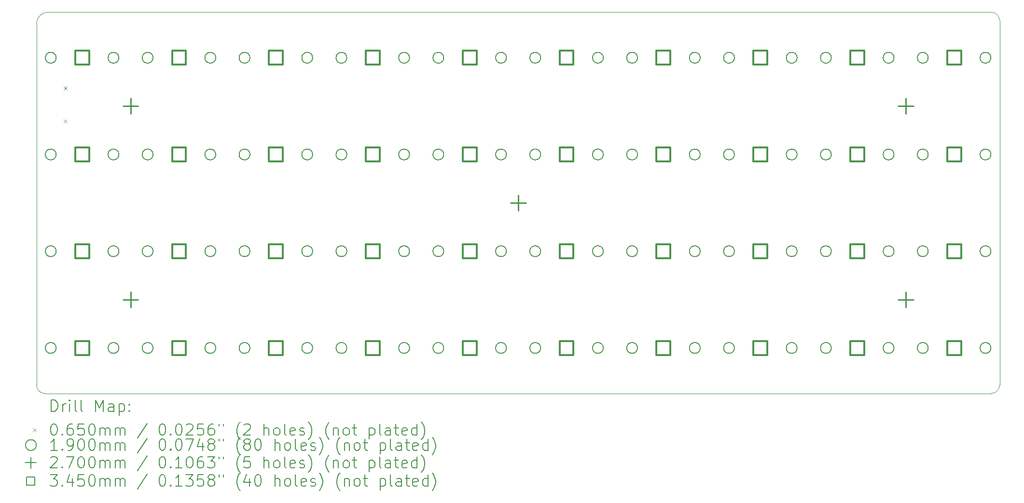
<source format=gbr>
%TF.GenerationSoftware,KiCad,Pcbnew,8.0.9-8.0.9-0~ubuntu22.04.1*%
%TF.CreationDate,2025-05-22T00:01:45+08:00*%
%TF.ProjectId,macropad,6d616372-6f70-4616-942e-6b696361645f,rev?*%
%TF.SameCoordinates,Original*%
%TF.FileFunction,Drillmap*%
%TF.FilePolarity,Positive*%
%FSLAX45Y45*%
G04 Gerber Fmt 4.5, Leading zero omitted, Abs format (unit mm)*
G04 Created by KiCad (PCBNEW 8.0.9-8.0.9-0~ubuntu22.04.1) date 2025-05-22 00:01:45*
%MOMM*%
%LPD*%
G01*
G04 APERTURE LIST*
%ADD10C,0.050000*%
%ADD11C,0.200000*%
%ADD12C,0.100000*%
%ADD13C,0.190000*%
%ADD14C,0.270000*%
%ADD15C,0.345000*%
G04 APERTURE END LIST*
D10*
X5450000Y-12470000D02*
G75*
G02*
X5300000Y-12320000I0J150000D01*
G01*
X5450000Y-12470000D02*
X22050000Y-12470000D01*
X22200000Y-12320000D02*
G75*
G02*
X22050000Y-12470000I-150000J0D01*
G01*
X22050000Y-5770000D02*
G75*
G02*
X22200000Y-5920000I0J-150000D01*
G01*
X5500000Y-5770000D02*
X22050000Y-5770000D01*
X5300000Y-5970000D02*
G75*
G02*
X5500000Y-5770000I200000J0D01*
G01*
X22200000Y-12320000D02*
X22200000Y-5920000D01*
X5300000Y-5970000D02*
X5300000Y-12320000D01*
D11*
D12*
X5773000Y-7073500D02*
X5838000Y-7138500D01*
X5838000Y-7073500D02*
X5773000Y-7138500D01*
X5773000Y-7651500D02*
X5838000Y-7716500D01*
X5838000Y-7651500D02*
X5773000Y-7716500D01*
D13*
X5645000Y-6570000D02*
G75*
G02*
X5455000Y-6570000I-95000J0D01*
G01*
X5455000Y-6570000D02*
G75*
G02*
X5645000Y-6570000I95000J0D01*
G01*
X5645000Y-8270000D02*
G75*
G02*
X5455000Y-8270000I-95000J0D01*
G01*
X5455000Y-8270000D02*
G75*
G02*
X5645000Y-8270000I95000J0D01*
G01*
X5645000Y-9970000D02*
G75*
G02*
X5455000Y-9970000I-95000J0D01*
G01*
X5455000Y-9970000D02*
G75*
G02*
X5645000Y-9970000I95000J0D01*
G01*
X5645000Y-11670000D02*
G75*
G02*
X5455000Y-11670000I-95000J0D01*
G01*
X5455000Y-11670000D02*
G75*
G02*
X5645000Y-11670000I95000J0D01*
G01*
X6745000Y-6570000D02*
G75*
G02*
X6555000Y-6570000I-95000J0D01*
G01*
X6555000Y-6570000D02*
G75*
G02*
X6745000Y-6570000I95000J0D01*
G01*
X6745000Y-8270000D02*
G75*
G02*
X6555000Y-8270000I-95000J0D01*
G01*
X6555000Y-8270000D02*
G75*
G02*
X6745000Y-8270000I95000J0D01*
G01*
X6745000Y-9970000D02*
G75*
G02*
X6555000Y-9970000I-95000J0D01*
G01*
X6555000Y-9970000D02*
G75*
G02*
X6745000Y-9970000I95000J0D01*
G01*
X6745000Y-11670000D02*
G75*
G02*
X6555000Y-11670000I-95000J0D01*
G01*
X6555000Y-11670000D02*
G75*
G02*
X6745000Y-11670000I95000J0D01*
G01*
X7345000Y-6570000D02*
G75*
G02*
X7155000Y-6570000I-95000J0D01*
G01*
X7155000Y-6570000D02*
G75*
G02*
X7345000Y-6570000I95000J0D01*
G01*
X7345000Y-8270000D02*
G75*
G02*
X7155000Y-8270000I-95000J0D01*
G01*
X7155000Y-8270000D02*
G75*
G02*
X7345000Y-8270000I95000J0D01*
G01*
X7345000Y-9970000D02*
G75*
G02*
X7155000Y-9970000I-95000J0D01*
G01*
X7155000Y-9970000D02*
G75*
G02*
X7345000Y-9970000I95000J0D01*
G01*
X7345000Y-11670000D02*
G75*
G02*
X7155000Y-11670000I-95000J0D01*
G01*
X7155000Y-11670000D02*
G75*
G02*
X7345000Y-11670000I95000J0D01*
G01*
X8445000Y-6570000D02*
G75*
G02*
X8255000Y-6570000I-95000J0D01*
G01*
X8255000Y-6570000D02*
G75*
G02*
X8445000Y-6570000I95000J0D01*
G01*
X8445000Y-8270000D02*
G75*
G02*
X8255000Y-8270000I-95000J0D01*
G01*
X8255000Y-8270000D02*
G75*
G02*
X8445000Y-8270000I95000J0D01*
G01*
X8445000Y-9970000D02*
G75*
G02*
X8255000Y-9970000I-95000J0D01*
G01*
X8255000Y-9970000D02*
G75*
G02*
X8445000Y-9970000I95000J0D01*
G01*
X8445000Y-11670000D02*
G75*
G02*
X8255000Y-11670000I-95000J0D01*
G01*
X8255000Y-11670000D02*
G75*
G02*
X8445000Y-11670000I95000J0D01*
G01*
X9045000Y-6570000D02*
G75*
G02*
X8855000Y-6570000I-95000J0D01*
G01*
X8855000Y-6570000D02*
G75*
G02*
X9045000Y-6570000I95000J0D01*
G01*
X9045000Y-8270000D02*
G75*
G02*
X8855000Y-8270000I-95000J0D01*
G01*
X8855000Y-8270000D02*
G75*
G02*
X9045000Y-8270000I95000J0D01*
G01*
X9045000Y-9970000D02*
G75*
G02*
X8855000Y-9970000I-95000J0D01*
G01*
X8855000Y-9970000D02*
G75*
G02*
X9045000Y-9970000I95000J0D01*
G01*
X9045000Y-11670000D02*
G75*
G02*
X8855000Y-11670000I-95000J0D01*
G01*
X8855000Y-11670000D02*
G75*
G02*
X9045000Y-11670000I95000J0D01*
G01*
X10145000Y-6570000D02*
G75*
G02*
X9955000Y-6570000I-95000J0D01*
G01*
X9955000Y-6570000D02*
G75*
G02*
X10145000Y-6570000I95000J0D01*
G01*
X10145000Y-8270000D02*
G75*
G02*
X9955000Y-8270000I-95000J0D01*
G01*
X9955000Y-8270000D02*
G75*
G02*
X10145000Y-8270000I95000J0D01*
G01*
X10145000Y-9970000D02*
G75*
G02*
X9955000Y-9970000I-95000J0D01*
G01*
X9955000Y-9970000D02*
G75*
G02*
X10145000Y-9970000I95000J0D01*
G01*
X10145000Y-11670000D02*
G75*
G02*
X9955000Y-11670000I-95000J0D01*
G01*
X9955000Y-11670000D02*
G75*
G02*
X10145000Y-11670000I95000J0D01*
G01*
X10745000Y-6570000D02*
G75*
G02*
X10555000Y-6570000I-95000J0D01*
G01*
X10555000Y-6570000D02*
G75*
G02*
X10745000Y-6570000I95000J0D01*
G01*
X10745000Y-8270000D02*
G75*
G02*
X10555000Y-8270000I-95000J0D01*
G01*
X10555000Y-8270000D02*
G75*
G02*
X10745000Y-8270000I95000J0D01*
G01*
X10745000Y-9970000D02*
G75*
G02*
X10555000Y-9970000I-95000J0D01*
G01*
X10555000Y-9970000D02*
G75*
G02*
X10745000Y-9970000I95000J0D01*
G01*
X10745000Y-11670000D02*
G75*
G02*
X10555000Y-11670000I-95000J0D01*
G01*
X10555000Y-11670000D02*
G75*
G02*
X10745000Y-11670000I95000J0D01*
G01*
X11845000Y-6570000D02*
G75*
G02*
X11655000Y-6570000I-95000J0D01*
G01*
X11655000Y-6570000D02*
G75*
G02*
X11845000Y-6570000I95000J0D01*
G01*
X11845000Y-8270000D02*
G75*
G02*
X11655000Y-8270000I-95000J0D01*
G01*
X11655000Y-8270000D02*
G75*
G02*
X11845000Y-8270000I95000J0D01*
G01*
X11845000Y-9970000D02*
G75*
G02*
X11655000Y-9970000I-95000J0D01*
G01*
X11655000Y-9970000D02*
G75*
G02*
X11845000Y-9970000I95000J0D01*
G01*
X11845000Y-11670000D02*
G75*
G02*
X11655000Y-11670000I-95000J0D01*
G01*
X11655000Y-11670000D02*
G75*
G02*
X11845000Y-11670000I95000J0D01*
G01*
X12445000Y-6570000D02*
G75*
G02*
X12255000Y-6570000I-95000J0D01*
G01*
X12255000Y-6570000D02*
G75*
G02*
X12445000Y-6570000I95000J0D01*
G01*
X12445000Y-8270000D02*
G75*
G02*
X12255000Y-8270000I-95000J0D01*
G01*
X12255000Y-8270000D02*
G75*
G02*
X12445000Y-8270000I95000J0D01*
G01*
X12445000Y-9970000D02*
G75*
G02*
X12255000Y-9970000I-95000J0D01*
G01*
X12255000Y-9970000D02*
G75*
G02*
X12445000Y-9970000I95000J0D01*
G01*
X12445000Y-11670000D02*
G75*
G02*
X12255000Y-11670000I-95000J0D01*
G01*
X12255000Y-11670000D02*
G75*
G02*
X12445000Y-11670000I95000J0D01*
G01*
X13545000Y-6570000D02*
G75*
G02*
X13355000Y-6570000I-95000J0D01*
G01*
X13355000Y-6570000D02*
G75*
G02*
X13545000Y-6570000I95000J0D01*
G01*
X13545000Y-8270000D02*
G75*
G02*
X13355000Y-8270000I-95000J0D01*
G01*
X13355000Y-8270000D02*
G75*
G02*
X13545000Y-8270000I95000J0D01*
G01*
X13545000Y-9970000D02*
G75*
G02*
X13355000Y-9970000I-95000J0D01*
G01*
X13355000Y-9970000D02*
G75*
G02*
X13545000Y-9970000I95000J0D01*
G01*
X13545000Y-11670000D02*
G75*
G02*
X13355000Y-11670000I-95000J0D01*
G01*
X13355000Y-11670000D02*
G75*
G02*
X13545000Y-11670000I95000J0D01*
G01*
X14145000Y-6570000D02*
G75*
G02*
X13955000Y-6570000I-95000J0D01*
G01*
X13955000Y-6570000D02*
G75*
G02*
X14145000Y-6570000I95000J0D01*
G01*
X14145000Y-8270000D02*
G75*
G02*
X13955000Y-8270000I-95000J0D01*
G01*
X13955000Y-8270000D02*
G75*
G02*
X14145000Y-8270000I95000J0D01*
G01*
X14145000Y-9970000D02*
G75*
G02*
X13955000Y-9970000I-95000J0D01*
G01*
X13955000Y-9970000D02*
G75*
G02*
X14145000Y-9970000I95000J0D01*
G01*
X14145000Y-11670000D02*
G75*
G02*
X13955000Y-11670000I-95000J0D01*
G01*
X13955000Y-11670000D02*
G75*
G02*
X14145000Y-11670000I95000J0D01*
G01*
X15245000Y-6570000D02*
G75*
G02*
X15055000Y-6570000I-95000J0D01*
G01*
X15055000Y-6570000D02*
G75*
G02*
X15245000Y-6570000I95000J0D01*
G01*
X15245000Y-8270000D02*
G75*
G02*
X15055000Y-8270000I-95000J0D01*
G01*
X15055000Y-8270000D02*
G75*
G02*
X15245000Y-8270000I95000J0D01*
G01*
X15245000Y-9970000D02*
G75*
G02*
X15055000Y-9970000I-95000J0D01*
G01*
X15055000Y-9970000D02*
G75*
G02*
X15245000Y-9970000I95000J0D01*
G01*
X15245000Y-11670000D02*
G75*
G02*
X15055000Y-11670000I-95000J0D01*
G01*
X15055000Y-11670000D02*
G75*
G02*
X15245000Y-11670000I95000J0D01*
G01*
X15845000Y-6570000D02*
G75*
G02*
X15655000Y-6570000I-95000J0D01*
G01*
X15655000Y-6570000D02*
G75*
G02*
X15845000Y-6570000I95000J0D01*
G01*
X15845000Y-8270000D02*
G75*
G02*
X15655000Y-8270000I-95000J0D01*
G01*
X15655000Y-8270000D02*
G75*
G02*
X15845000Y-8270000I95000J0D01*
G01*
X15845000Y-9970000D02*
G75*
G02*
X15655000Y-9970000I-95000J0D01*
G01*
X15655000Y-9970000D02*
G75*
G02*
X15845000Y-9970000I95000J0D01*
G01*
X15845000Y-11670000D02*
G75*
G02*
X15655000Y-11670000I-95000J0D01*
G01*
X15655000Y-11670000D02*
G75*
G02*
X15845000Y-11670000I95000J0D01*
G01*
X16945000Y-6570000D02*
G75*
G02*
X16755000Y-6570000I-95000J0D01*
G01*
X16755000Y-6570000D02*
G75*
G02*
X16945000Y-6570000I95000J0D01*
G01*
X16945000Y-8270000D02*
G75*
G02*
X16755000Y-8270000I-95000J0D01*
G01*
X16755000Y-8270000D02*
G75*
G02*
X16945000Y-8270000I95000J0D01*
G01*
X16945000Y-9970000D02*
G75*
G02*
X16755000Y-9970000I-95000J0D01*
G01*
X16755000Y-9970000D02*
G75*
G02*
X16945000Y-9970000I95000J0D01*
G01*
X16945000Y-11670000D02*
G75*
G02*
X16755000Y-11670000I-95000J0D01*
G01*
X16755000Y-11670000D02*
G75*
G02*
X16945000Y-11670000I95000J0D01*
G01*
X17545000Y-6570000D02*
G75*
G02*
X17355000Y-6570000I-95000J0D01*
G01*
X17355000Y-6570000D02*
G75*
G02*
X17545000Y-6570000I95000J0D01*
G01*
X17545000Y-8270000D02*
G75*
G02*
X17355000Y-8270000I-95000J0D01*
G01*
X17355000Y-8270000D02*
G75*
G02*
X17545000Y-8270000I95000J0D01*
G01*
X17545000Y-9970000D02*
G75*
G02*
X17355000Y-9970000I-95000J0D01*
G01*
X17355000Y-9970000D02*
G75*
G02*
X17545000Y-9970000I95000J0D01*
G01*
X17545000Y-11670000D02*
G75*
G02*
X17355000Y-11670000I-95000J0D01*
G01*
X17355000Y-11670000D02*
G75*
G02*
X17545000Y-11670000I95000J0D01*
G01*
X18645000Y-6570000D02*
G75*
G02*
X18455000Y-6570000I-95000J0D01*
G01*
X18455000Y-6570000D02*
G75*
G02*
X18645000Y-6570000I95000J0D01*
G01*
X18645000Y-8270000D02*
G75*
G02*
X18455000Y-8270000I-95000J0D01*
G01*
X18455000Y-8270000D02*
G75*
G02*
X18645000Y-8270000I95000J0D01*
G01*
X18645000Y-9970000D02*
G75*
G02*
X18455000Y-9970000I-95000J0D01*
G01*
X18455000Y-9970000D02*
G75*
G02*
X18645000Y-9970000I95000J0D01*
G01*
X18645000Y-11670000D02*
G75*
G02*
X18455000Y-11670000I-95000J0D01*
G01*
X18455000Y-11670000D02*
G75*
G02*
X18645000Y-11670000I95000J0D01*
G01*
X19245000Y-6570000D02*
G75*
G02*
X19055000Y-6570000I-95000J0D01*
G01*
X19055000Y-6570000D02*
G75*
G02*
X19245000Y-6570000I95000J0D01*
G01*
X19245000Y-8270000D02*
G75*
G02*
X19055000Y-8270000I-95000J0D01*
G01*
X19055000Y-8270000D02*
G75*
G02*
X19245000Y-8270000I95000J0D01*
G01*
X19245000Y-9970000D02*
G75*
G02*
X19055000Y-9970000I-95000J0D01*
G01*
X19055000Y-9970000D02*
G75*
G02*
X19245000Y-9970000I95000J0D01*
G01*
X19245000Y-11670000D02*
G75*
G02*
X19055000Y-11670000I-95000J0D01*
G01*
X19055000Y-11670000D02*
G75*
G02*
X19245000Y-11670000I95000J0D01*
G01*
X20345000Y-6570000D02*
G75*
G02*
X20155000Y-6570000I-95000J0D01*
G01*
X20155000Y-6570000D02*
G75*
G02*
X20345000Y-6570000I95000J0D01*
G01*
X20345000Y-8270000D02*
G75*
G02*
X20155000Y-8270000I-95000J0D01*
G01*
X20155000Y-8270000D02*
G75*
G02*
X20345000Y-8270000I95000J0D01*
G01*
X20345000Y-9970000D02*
G75*
G02*
X20155000Y-9970000I-95000J0D01*
G01*
X20155000Y-9970000D02*
G75*
G02*
X20345000Y-9970000I95000J0D01*
G01*
X20345000Y-11670000D02*
G75*
G02*
X20155000Y-11670000I-95000J0D01*
G01*
X20155000Y-11670000D02*
G75*
G02*
X20345000Y-11670000I95000J0D01*
G01*
X20945000Y-6570000D02*
G75*
G02*
X20755000Y-6570000I-95000J0D01*
G01*
X20755000Y-6570000D02*
G75*
G02*
X20945000Y-6570000I95000J0D01*
G01*
X20945000Y-8270000D02*
G75*
G02*
X20755000Y-8270000I-95000J0D01*
G01*
X20755000Y-8270000D02*
G75*
G02*
X20945000Y-8270000I95000J0D01*
G01*
X20945000Y-9970000D02*
G75*
G02*
X20755000Y-9970000I-95000J0D01*
G01*
X20755000Y-9970000D02*
G75*
G02*
X20945000Y-9970000I95000J0D01*
G01*
X20945000Y-11670000D02*
G75*
G02*
X20755000Y-11670000I-95000J0D01*
G01*
X20755000Y-11670000D02*
G75*
G02*
X20945000Y-11670000I95000J0D01*
G01*
X22045000Y-6570000D02*
G75*
G02*
X21855000Y-6570000I-95000J0D01*
G01*
X21855000Y-6570000D02*
G75*
G02*
X22045000Y-6570000I95000J0D01*
G01*
X22045000Y-8270000D02*
G75*
G02*
X21855000Y-8270000I-95000J0D01*
G01*
X21855000Y-8270000D02*
G75*
G02*
X22045000Y-8270000I95000J0D01*
G01*
X22045000Y-9970000D02*
G75*
G02*
X21855000Y-9970000I-95000J0D01*
G01*
X21855000Y-9970000D02*
G75*
G02*
X22045000Y-9970000I95000J0D01*
G01*
X22045000Y-11670000D02*
G75*
G02*
X21855000Y-11670000I-95000J0D01*
G01*
X21855000Y-11670000D02*
G75*
G02*
X22045000Y-11670000I95000J0D01*
G01*
D14*
X6950000Y-7285000D02*
X6950000Y-7555000D01*
X6815000Y-7420000D02*
X7085000Y-7420000D01*
X6950000Y-10685000D02*
X6950000Y-10955000D01*
X6815000Y-10820000D02*
X7085000Y-10820000D01*
X13750000Y-8985000D02*
X13750000Y-9255000D01*
X13615000Y-9120000D02*
X13885000Y-9120000D01*
X20550000Y-7285000D02*
X20550000Y-7555000D01*
X20415000Y-7420000D02*
X20685000Y-7420000D01*
X20550000Y-10685000D02*
X20550000Y-10955000D01*
X20415000Y-10820000D02*
X20685000Y-10820000D01*
D15*
X6221977Y-6691977D02*
X6221977Y-6448023D01*
X5978023Y-6448023D01*
X5978023Y-6691977D01*
X6221977Y-6691977D01*
X6221977Y-8391977D02*
X6221977Y-8148023D01*
X5978023Y-8148023D01*
X5978023Y-8391977D01*
X6221977Y-8391977D01*
X6221977Y-10091977D02*
X6221977Y-9848023D01*
X5978023Y-9848023D01*
X5978023Y-10091977D01*
X6221977Y-10091977D01*
X6221977Y-11791977D02*
X6221977Y-11548023D01*
X5978023Y-11548023D01*
X5978023Y-11791977D01*
X6221977Y-11791977D01*
X7921977Y-6691977D02*
X7921977Y-6448023D01*
X7678023Y-6448023D01*
X7678023Y-6691977D01*
X7921977Y-6691977D01*
X7921977Y-8391977D02*
X7921977Y-8148023D01*
X7678023Y-8148023D01*
X7678023Y-8391977D01*
X7921977Y-8391977D01*
X7921977Y-10091977D02*
X7921977Y-9848023D01*
X7678023Y-9848023D01*
X7678023Y-10091977D01*
X7921977Y-10091977D01*
X7921977Y-11791977D02*
X7921977Y-11548023D01*
X7678023Y-11548023D01*
X7678023Y-11791977D01*
X7921977Y-11791977D01*
X9621977Y-6691977D02*
X9621977Y-6448023D01*
X9378023Y-6448023D01*
X9378023Y-6691977D01*
X9621977Y-6691977D01*
X9621977Y-8391977D02*
X9621977Y-8148023D01*
X9378023Y-8148023D01*
X9378023Y-8391977D01*
X9621977Y-8391977D01*
X9621977Y-10091977D02*
X9621977Y-9848023D01*
X9378023Y-9848023D01*
X9378023Y-10091977D01*
X9621977Y-10091977D01*
X9621977Y-11791977D02*
X9621977Y-11548023D01*
X9378023Y-11548023D01*
X9378023Y-11791977D01*
X9621977Y-11791977D01*
X11321977Y-6691977D02*
X11321977Y-6448023D01*
X11078023Y-6448023D01*
X11078023Y-6691977D01*
X11321977Y-6691977D01*
X11321977Y-8391977D02*
X11321977Y-8148023D01*
X11078023Y-8148023D01*
X11078023Y-8391977D01*
X11321977Y-8391977D01*
X11321977Y-10091977D02*
X11321977Y-9848023D01*
X11078023Y-9848023D01*
X11078023Y-10091977D01*
X11321977Y-10091977D01*
X11321977Y-11791977D02*
X11321977Y-11548023D01*
X11078023Y-11548023D01*
X11078023Y-11791977D01*
X11321977Y-11791977D01*
X13021977Y-6691977D02*
X13021977Y-6448023D01*
X12778023Y-6448023D01*
X12778023Y-6691977D01*
X13021977Y-6691977D01*
X13021977Y-8391977D02*
X13021977Y-8148023D01*
X12778023Y-8148023D01*
X12778023Y-8391977D01*
X13021977Y-8391977D01*
X13021977Y-10091977D02*
X13021977Y-9848023D01*
X12778023Y-9848023D01*
X12778023Y-10091977D01*
X13021977Y-10091977D01*
X13021977Y-11791977D02*
X13021977Y-11548023D01*
X12778023Y-11548023D01*
X12778023Y-11791977D01*
X13021977Y-11791977D01*
X14721977Y-6691977D02*
X14721977Y-6448023D01*
X14478023Y-6448023D01*
X14478023Y-6691977D01*
X14721977Y-6691977D01*
X14721977Y-8391977D02*
X14721977Y-8148023D01*
X14478023Y-8148023D01*
X14478023Y-8391977D01*
X14721977Y-8391977D01*
X14721977Y-10091977D02*
X14721977Y-9848023D01*
X14478023Y-9848023D01*
X14478023Y-10091977D01*
X14721977Y-10091977D01*
X14721977Y-11791977D02*
X14721977Y-11548023D01*
X14478023Y-11548023D01*
X14478023Y-11791977D01*
X14721977Y-11791977D01*
X16421977Y-6691977D02*
X16421977Y-6448023D01*
X16178023Y-6448023D01*
X16178023Y-6691977D01*
X16421977Y-6691977D01*
X16421977Y-8391977D02*
X16421977Y-8148023D01*
X16178023Y-8148023D01*
X16178023Y-8391977D01*
X16421977Y-8391977D01*
X16421977Y-10091977D02*
X16421977Y-9848023D01*
X16178023Y-9848023D01*
X16178023Y-10091977D01*
X16421977Y-10091977D01*
X16421977Y-11791977D02*
X16421977Y-11548023D01*
X16178023Y-11548023D01*
X16178023Y-11791977D01*
X16421977Y-11791977D01*
X18121977Y-6691977D02*
X18121977Y-6448023D01*
X17878023Y-6448023D01*
X17878023Y-6691977D01*
X18121977Y-6691977D01*
X18121977Y-8391977D02*
X18121977Y-8148023D01*
X17878023Y-8148023D01*
X17878023Y-8391977D01*
X18121977Y-8391977D01*
X18121977Y-10091977D02*
X18121977Y-9848023D01*
X17878023Y-9848023D01*
X17878023Y-10091977D01*
X18121977Y-10091977D01*
X18121977Y-11791977D02*
X18121977Y-11548023D01*
X17878023Y-11548023D01*
X17878023Y-11791977D01*
X18121977Y-11791977D01*
X19821977Y-6691977D02*
X19821977Y-6448023D01*
X19578023Y-6448023D01*
X19578023Y-6691977D01*
X19821977Y-6691977D01*
X19821977Y-8391977D02*
X19821977Y-8148023D01*
X19578023Y-8148023D01*
X19578023Y-8391977D01*
X19821977Y-8391977D01*
X19821977Y-10091977D02*
X19821977Y-9848023D01*
X19578023Y-9848023D01*
X19578023Y-10091977D01*
X19821977Y-10091977D01*
X19821977Y-11791977D02*
X19821977Y-11548023D01*
X19578023Y-11548023D01*
X19578023Y-11791977D01*
X19821977Y-11791977D01*
X21521977Y-6691977D02*
X21521977Y-6448023D01*
X21278023Y-6448023D01*
X21278023Y-6691977D01*
X21521977Y-6691977D01*
X21521977Y-8391977D02*
X21521977Y-8148023D01*
X21278023Y-8148023D01*
X21278023Y-8391977D01*
X21521977Y-8391977D01*
X21521977Y-10091977D02*
X21521977Y-9848023D01*
X21278023Y-9848023D01*
X21278023Y-10091977D01*
X21521977Y-10091977D01*
X21521977Y-11791977D02*
X21521977Y-11548023D01*
X21278023Y-11548023D01*
X21278023Y-11791977D01*
X21521977Y-11791977D01*
D11*
X5558277Y-12783984D02*
X5558277Y-12583984D01*
X5558277Y-12583984D02*
X5605896Y-12583984D01*
X5605896Y-12583984D02*
X5634467Y-12593508D01*
X5634467Y-12593508D02*
X5653515Y-12612555D01*
X5653515Y-12612555D02*
X5663039Y-12631603D01*
X5663039Y-12631603D02*
X5672562Y-12669698D01*
X5672562Y-12669698D02*
X5672562Y-12698269D01*
X5672562Y-12698269D02*
X5663039Y-12736365D01*
X5663039Y-12736365D02*
X5653515Y-12755412D01*
X5653515Y-12755412D02*
X5634467Y-12774460D01*
X5634467Y-12774460D02*
X5605896Y-12783984D01*
X5605896Y-12783984D02*
X5558277Y-12783984D01*
X5758277Y-12783984D02*
X5758277Y-12650650D01*
X5758277Y-12688746D02*
X5767801Y-12669698D01*
X5767801Y-12669698D02*
X5777324Y-12660174D01*
X5777324Y-12660174D02*
X5796372Y-12650650D01*
X5796372Y-12650650D02*
X5815420Y-12650650D01*
X5882086Y-12783984D02*
X5882086Y-12650650D01*
X5882086Y-12583984D02*
X5872562Y-12593508D01*
X5872562Y-12593508D02*
X5882086Y-12603031D01*
X5882086Y-12603031D02*
X5891610Y-12593508D01*
X5891610Y-12593508D02*
X5882086Y-12583984D01*
X5882086Y-12583984D02*
X5882086Y-12603031D01*
X6005896Y-12783984D02*
X5986848Y-12774460D01*
X5986848Y-12774460D02*
X5977324Y-12755412D01*
X5977324Y-12755412D02*
X5977324Y-12583984D01*
X6110658Y-12783984D02*
X6091610Y-12774460D01*
X6091610Y-12774460D02*
X6082086Y-12755412D01*
X6082086Y-12755412D02*
X6082086Y-12583984D01*
X6339229Y-12783984D02*
X6339229Y-12583984D01*
X6339229Y-12583984D02*
X6405896Y-12726841D01*
X6405896Y-12726841D02*
X6472562Y-12583984D01*
X6472562Y-12583984D02*
X6472562Y-12783984D01*
X6653515Y-12783984D02*
X6653515Y-12679222D01*
X6653515Y-12679222D02*
X6643991Y-12660174D01*
X6643991Y-12660174D02*
X6624943Y-12650650D01*
X6624943Y-12650650D02*
X6586848Y-12650650D01*
X6586848Y-12650650D02*
X6567801Y-12660174D01*
X6653515Y-12774460D02*
X6634467Y-12783984D01*
X6634467Y-12783984D02*
X6586848Y-12783984D01*
X6586848Y-12783984D02*
X6567801Y-12774460D01*
X6567801Y-12774460D02*
X6558277Y-12755412D01*
X6558277Y-12755412D02*
X6558277Y-12736365D01*
X6558277Y-12736365D02*
X6567801Y-12717317D01*
X6567801Y-12717317D02*
X6586848Y-12707793D01*
X6586848Y-12707793D02*
X6634467Y-12707793D01*
X6634467Y-12707793D02*
X6653515Y-12698269D01*
X6748753Y-12650650D02*
X6748753Y-12850650D01*
X6748753Y-12660174D02*
X6767801Y-12650650D01*
X6767801Y-12650650D02*
X6805896Y-12650650D01*
X6805896Y-12650650D02*
X6824943Y-12660174D01*
X6824943Y-12660174D02*
X6834467Y-12669698D01*
X6834467Y-12669698D02*
X6843991Y-12688746D01*
X6843991Y-12688746D02*
X6843991Y-12745888D01*
X6843991Y-12745888D02*
X6834467Y-12764936D01*
X6834467Y-12764936D02*
X6824943Y-12774460D01*
X6824943Y-12774460D02*
X6805896Y-12783984D01*
X6805896Y-12783984D02*
X6767801Y-12783984D01*
X6767801Y-12783984D02*
X6748753Y-12774460D01*
X6929705Y-12764936D02*
X6939229Y-12774460D01*
X6939229Y-12774460D02*
X6929705Y-12783984D01*
X6929705Y-12783984D02*
X6920182Y-12774460D01*
X6920182Y-12774460D02*
X6929705Y-12764936D01*
X6929705Y-12764936D02*
X6929705Y-12783984D01*
X6929705Y-12660174D02*
X6939229Y-12669698D01*
X6939229Y-12669698D02*
X6929705Y-12679222D01*
X6929705Y-12679222D02*
X6920182Y-12669698D01*
X6920182Y-12669698D02*
X6929705Y-12660174D01*
X6929705Y-12660174D02*
X6929705Y-12679222D01*
D12*
X5232500Y-13080000D02*
X5297500Y-13145000D01*
X5297500Y-13080000D02*
X5232500Y-13145000D01*
D11*
X5596372Y-13003984D02*
X5615420Y-13003984D01*
X5615420Y-13003984D02*
X5634467Y-13013508D01*
X5634467Y-13013508D02*
X5643991Y-13023031D01*
X5643991Y-13023031D02*
X5653515Y-13042079D01*
X5653515Y-13042079D02*
X5663039Y-13080174D01*
X5663039Y-13080174D02*
X5663039Y-13127793D01*
X5663039Y-13127793D02*
X5653515Y-13165888D01*
X5653515Y-13165888D02*
X5643991Y-13184936D01*
X5643991Y-13184936D02*
X5634467Y-13194460D01*
X5634467Y-13194460D02*
X5615420Y-13203984D01*
X5615420Y-13203984D02*
X5596372Y-13203984D01*
X5596372Y-13203984D02*
X5577324Y-13194460D01*
X5577324Y-13194460D02*
X5567801Y-13184936D01*
X5567801Y-13184936D02*
X5558277Y-13165888D01*
X5558277Y-13165888D02*
X5548753Y-13127793D01*
X5548753Y-13127793D02*
X5548753Y-13080174D01*
X5548753Y-13080174D02*
X5558277Y-13042079D01*
X5558277Y-13042079D02*
X5567801Y-13023031D01*
X5567801Y-13023031D02*
X5577324Y-13013508D01*
X5577324Y-13013508D02*
X5596372Y-13003984D01*
X5748753Y-13184936D02*
X5758277Y-13194460D01*
X5758277Y-13194460D02*
X5748753Y-13203984D01*
X5748753Y-13203984D02*
X5739229Y-13194460D01*
X5739229Y-13194460D02*
X5748753Y-13184936D01*
X5748753Y-13184936D02*
X5748753Y-13203984D01*
X5929705Y-13003984D02*
X5891610Y-13003984D01*
X5891610Y-13003984D02*
X5872562Y-13013508D01*
X5872562Y-13013508D02*
X5863039Y-13023031D01*
X5863039Y-13023031D02*
X5843991Y-13051603D01*
X5843991Y-13051603D02*
X5834467Y-13089698D01*
X5834467Y-13089698D02*
X5834467Y-13165888D01*
X5834467Y-13165888D02*
X5843991Y-13184936D01*
X5843991Y-13184936D02*
X5853515Y-13194460D01*
X5853515Y-13194460D02*
X5872562Y-13203984D01*
X5872562Y-13203984D02*
X5910658Y-13203984D01*
X5910658Y-13203984D02*
X5929705Y-13194460D01*
X5929705Y-13194460D02*
X5939229Y-13184936D01*
X5939229Y-13184936D02*
X5948753Y-13165888D01*
X5948753Y-13165888D02*
X5948753Y-13118269D01*
X5948753Y-13118269D02*
X5939229Y-13099222D01*
X5939229Y-13099222D02*
X5929705Y-13089698D01*
X5929705Y-13089698D02*
X5910658Y-13080174D01*
X5910658Y-13080174D02*
X5872562Y-13080174D01*
X5872562Y-13080174D02*
X5853515Y-13089698D01*
X5853515Y-13089698D02*
X5843991Y-13099222D01*
X5843991Y-13099222D02*
X5834467Y-13118269D01*
X6129705Y-13003984D02*
X6034467Y-13003984D01*
X6034467Y-13003984D02*
X6024943Y-13099222D01*
X6024943Y-13099222D02*
X6034467Y-13089698D01*
X6034467Y-13089698D02*
X6053515Y-13080174D01*
X6053515Y-13080174D02*
X6101134Y-13080174D01*
X6101134Y-13080174D02*
X6120182Y-13089698D01*
X6120182Y-13089698D02*
X6129705Y-13099222D01*
X6129705Y-13099222D02*
X6139229Y-13118269D01*
X6139229Y-13118269D02*
X6139229Y-13165888D01*
X6139229Y-13165888D02*
X6129705Y-13184936D01*
X6129705Y-13184936D02*
X6120182Y-13194460D01*
X6120182Y-13194460D02*
X6101134Y-13203984D01*
X6101134Y-13203984D02*
X6053515Y-13203984D01*
X6053515Y-13203984D02*
X6034467Y-13194460D01*
X6034467Y-13194460D02*
X6024943Y-13184936D01*
X6263039Y-13003984D02*
X6282086Y-13003984D01*
X6282086Y-13003984D02*
X6301134Y-13013508D01*
X6301134Y-13013508D02*
X6310658Y-13023031D01*
X6310658Y-13023031D02*
X6320182Y-13042079D01*
X6320182Y-13042079D02*
X6329705Y-13080174D01*
X6329705Y-13080174D02*
X6329705Y-13127793D01*
X6329705Y-13127793D02*
X6320182Y-13165888D01*
X6320182Y-13165888D02*
X6310658Y-13184936D01*
X6310658Y-13184936D02*
X6301134Y-13194460D01*
X6301134Y-13194460D02*
X6282086Y-13203984D01*
X6282086Y-13203984D02*
X6263039Y-13203984D01*
X6263039Y-13203984D02*
X6243991Y-13194460D01*
X6243991Y-13194460D02*
X6234467Y-13184936D01*
X6234467Y-13184936D02*
X6224943Y-13165888D01*
X6224943Y-13165888D02*
X6215420Y-13127793D01*
X6215420Y-13127793D02*
X6215420Y-13080174D01*
X6215420Y-13080174D02*
X6224943Y-13042079D01*
X6224943Y-13042079D02*
X6234467Y-13023031D01*
X6234467Y-13023031D02*
X6243991Y-13013508D01*
X6243991Y-13013508D02*
X6263039Y-13003984D01*
X6415420Y-13203984D02*
X6415420Y-13070650D01*
X6415420Y-13089698D02*
X6424943Y-13080174D01*
X6424943Y-13080174D02*
X6443991Y-13070650D01*
X6443991Y-13070650D02*
X6472563Y-13070650D01*
X6472563Y-13070650D02*
X6491610Y-13080174D01*
X6491610Y-13080174D02*
X6501134Y-13099222D01*
X6501134Y-13099222D02*
X6501134Y-13203984D01*
X6501134Y-13099222D02*
X6510658Y-13080174D01*
X6510658Y-13080174D02*
X6529705Y-13070650D01*
X6529705Y-13070650D02*
X6558277Y-13070650D01*
X6558277Y-13070650D02*
X6577324Y-13080174D01*
X6577324Y-13080174D02*
X6586848Y-13099222D01*
X6586848Y-13099222D02*
X6586848Y-13203984D01*
X6682086Y-13203984D02*
X6682086Y-13070650D01*
X6682086Y-13089698D02*
X6691610Y-13080174D01*
X6691610Y-13080174D02*
X6710658Y-13070650D01*
X6710658Y-13070650D02*
X6739229Y-13070650D01*
X6739229Y-13070650D02*
X6758277Y-13080174D01*
X6758277Y-13080174D02*
X6767801Y-13099222D01*
X6767801Y-13099222D02*
X6767801Y-13203984D01*
X6767801Y-13099222D02*
X6777324Y-13080174D01*
X6777324Y-13080174D02*
X6796372Y-13070650D01*
X6796372Y-13070650D02*
X6824943Y-13070650D01*
X6824943Y-13070650D02*
X6843991Y-13080174D01*
X6843991Y-13080174D02*
X6853515Y-13099222D01*
X6853515Y-13099222D02*
X6853515Y-13203984D01*
X7243991Y-12994460D02*
X7072563Y-13251603D01*
X7501134Y-13003984D02*
X7520182Y-13003984D01*
X7520182Y-13003984D02*
X7539229Y-13013508D01*
X7539229Y-13013508D02*
X7548753Y-13023031D01*
X7548753Y-13023031D02*
X7558277Y-13042079D01*
X7558277Y-13042079D02*
X7567801Y-13080174D01*
X7567801Y-13080174D02*
X7567801Y-13127793D01*
X7567801Y-13127793D02*
X7558277Y-13165888D01*
X7558277Y-13165888D02*
X7548753Y-13184936D01*
X7548753Y-13184936D02*
X7539229Y-13194460D01*
X7539229Y-13194460D02*
X7520182Y-13203984D01*
X7520182Y-13203984D02*
X7501134Y-13203984D01*
X7501134Y-13203984D02*
X7482086Y-13194460D01*
X7482086Y-13194460D02*
X7472563Y-13184936D01*
X7472563Y-13184936D02*
X7463039Y-13165888D01*
X7463039Y-13165888D02*
X7453515Y-13127793D01*
X7453515Y-13127793D02*
X7453515Y-13080174D01*
X7453515Y-13080174D02*
X7463039Y-13042079D01*
X7463039Y-13042079D02*
X7472563Y-13023031D01*
X7472563Y-13023031D02*
X7482086Y-13013508D01*
X7482086Y-13013508D02*
X7501134Y-13003984D01*
X7653515Y-13184936D02*
X7663039Y-13194460D01*
X7663039Y-13194460D02*
X7653515Y-13203984D01*
X7653515Y-13203984D02*
X7643991Y-13194460D01*
X7643991Y-13194460D02*
X7653515Y-13184936D01*
X7653515Y-13184936D02*
X7653515Y-13203984D01*
X7786848Y-13003984D02*
X7805896Y-13003984D01*
X7805896Y-13003984D02*
X7824944Y-13013508D01*
X7824944Y-13013508D02*
X7834467Y-13023031D01*
X7834467Y-13023031D02*
X7843991Y-13042079D01*
X7843991Y-13042079D02*
X7853515Y-13080174D01*
X7853515Y-13080174D02*
X7853515Y-13127793D01*
X7853515Y-13127793D02*
X7843991Y-13165888D01*
X7843991Y-13165888D02*
X7834467Y-13184936D01*
X7834467Y-13184936D02*
X7824944Y-13194460D01*
X7824944Y-13194460D02*
X7805896Y-13203984D01*
X7805896Y-13203984D02*
X7786848Y-13203984D01*
X7786848Y-13203984D02*
X7767801Y-13194460D01*
X7767801Y-13194460D02*
X7758277Y-13184936D01*
X7758277Y-13184936D02*
X7748753Y-13165888D01*
X7748753Y-13165888D02*
X7739229Y-13127793D01*
X7739229Y-13127793D02*
X7739229Y-13080174D01*
X7739229Y-13080174D02*
X7748753Y-13042079D01*
X7748753Y-13042079D02*
X7758277Y-13023031D01*
X7758277Y-13023031D02*
X7767801Y-13013508D01*
X7767801Y-13013508D02*
X7786848Y-13003984D01*
X7929706Y-13023031D02*
X7939229Y-13013508D01*
X7939229Y-13013508D02*
X7958277Y-13003984D01*
X7958277Y-13003984D02*
X8005896Y-13003984D01*
X8005896Y-13003984D02*
X8024944Y-13013508D01*
X8024944Y-13013508D02*
X8034467Y-13023031D01*
X8034467Y-13023031D02*
X8043991Y-13042079D01*
X8043991Y-13042079D02*
X8043991Y-13061127D01*
X8043991Y-13061127D02*
X8034467Y-13089698D01*
X8034467Y-13089698D02*
X7920182Y-13203984D01*
X7920182Y-13203984D02*
X8043991Y-13203984D01*
X8224944Y-13003984D02*
X8129706Y-13003984D01*
X8129706Y-13003984D02*
X8120182Y-13099222D01*
X8120182Y-13099222D02*
X8129706Y-13089698D01*
X8129706Y-13089698D02*
X8148753Y-13080174D01*
X8148753Y-13080174D02*
X8196372Y-13080174D01*
X8196372Y-13080174D02*
X8215420Y-13089698D01*
X8215420Y-13089698D02*
X8224944Y-13099222D01*
X8224944Y-13099222D02*
X8234467Y-13118269D01*
X8234467Y-13118269D02*
X8234467Y-13165888D01*
X8234467Y-13165888D02*
X8224944Y-13184936D01*
X8224944Y-13184936D02*
X8215420Y-13194460D01*
X8215420Y-13194460D02*
X8196372Y-13203984D01*
X8196372Y-13203984D02*
X8148753Y-13203984D01*
X8148753Y-13203984D02*
X8129706Y-13194460D01*
X8129706Y-13194460D02*
X8120182Y-13184936D01*
X8405896Y-13003984D02*
X8367801Y-13003984D01*
X8367801Y-13003984D02*
X8348753Y-13013508D01*
X8348753Y-13013508D02*
X8339229Y-13023031D01*
X8339229Y-13023031D02*
X8320182Y-13051603D01*
X8320182Y-13051603D02*
X8310658Y-13089698D01*
X8310658Y-13089698D02*
X8310658Y-13165888D01*
X8310658Y-13165888D02*
X8320182Y-13184936D01*
X8320182Y-13184936D02*
X8329706Y-13194460D01*
X8329706Y-13194460D02*
X8348753Y-13203984D01*
X8348753Y-13203984D02*
X8386848Y-13203984D01*
X8386848Y-13203984D02*
X8405896Y-13194460D01*
X8405896Y-13194460D02*
X8415420Y-13184936D01*
X8415420Y-13184936D02*
X8424944Y-13165888D01*
X8424944Y-13165888D02*
X8424944Y-13118269D01*
X8424944Y-13118269D02*
X8415420Y-13099222D01*
X8415420Y-13099222D02*
X8405896Y-13089698D01*
X8405896Y-13089698D02*
X8386848Y-13080174D01*
X8386848Y-13080174D02*
X8348753Y-13080174D01*
X8348753Y-13080174D02*
X8329706Y-13089698D01*
X8329706Y-13089698D02*
X8320182Y-13099222D01*
X8320182Y-13099222D02*
X8310658Y-13118269D01*
X8501134Y-13003984D02*
X8501134Y-13042079D01*
X8577325Y-13003984D02*
X8577325Y-13042079D01*
X8872563Y-13280174D02*
X8863039Y-13270650D01*
X8863039Y-13270650D02*
X8843991Y-13242079D01*
X8843991Y-13242079D02*
X8834468Y-13223031D01*
X8834468Y-13223031D02*
X8824944Y-13194460D01*
X8824944Y-13194460D02*
X8815420Y-13146841D01*
X8815420Y-13146841D02*
X8815420Y-13108746D01*
X8815420Y-13108746D02*
X8824944Y-13061127D01*
X8824944Y-13061127D02*
X8834468Y-13032555D01*
X8834468Y-13032555D02*
X8843991Y-13013508D01*
X8843991Y-13013508D02*
X8863039Y-12984936D01*
X8863039Y-12984936D02*
X8872563Y-12975412D01*
X8939230Y-13023031D02*
X8948753Y-13013508D01*
X8948753Y-13013508D02*
X8967801Y-13003984D01*
X8967801Y-13003984D02*
X9015420Y-13003984D01*
X9015420Y-13003984D02*
X9034468Y-13013508D01*
X9034468Y-13013508D02*
X9043991Y-13023031D01*
X9043991Y-13023031D02*
X9053515Y-13042079D01*
X9053515Y-13042079D02*
X9053515Y-13061127D01*
X9053515Y-13061127D02*
X9043991Y-13089698D01*
X9043991Y-13089698D02*
X8929706Y-13203984D01*
X8929706Y-13203984D02*
X9053515Y-13203984D01*
X9291611Y-13203984D02*
X9291611Y-13003984D01*
X9377325Y-13203984D02*
X9377325Y-13099222D01*
X9377325Y-13099222D02*
X9367801Y-13080174D01*
X9367801Y-13080174D02*
X9348753Y-13070650D01*
X9348753Y-13070650D02*
X9320182Y-13070650D01*
X9320182Y-13070650D02*
X9301134Y-13080174D01*
X9301134Y-13080174D02*
X9291611Y-13089698D01*
X9501134Y-13203984D02*
X9482087Y-13194460D01*
X9482087Y-13194460D02*
X9472563Y-13184936D01*
X9472563Y-13184936D02*
X9463039Y-13165888D01*
X9463039Y-13165888D02*
X9463039Y-13108746D01*
X9463039Y-13108746D02*
X9472563Y-13089698D01*
X9472563Y-13089698D02*
X9482087Y-13080174D01*
X9482087Y-13080174D02*
X9501134Y-13070650D01*
X9501134Y-13070650D02*
X9529706Y-13070650D01*
X9529706Y-13070650D02*
X9548753Y-13080174D01*
X9548753Y-13080174D02*
X9558277Y-13089698D01*
X9558277Y-13089698D02*
X9567801Y-13108746D01*
X9567801Y-13108746D02*
X9567801Y-13165888D01*
X9567801Y-13165888D02*
X9558277Y-13184936D01*
X9558277Y-13184936D02*
X9548753Y-13194460D01*
X9548753Y-13194460D02*
X9529706Y-13203984D01*
X9529706Y-13203984D02*
X9501134Y-13203984D01*
X9682087Y-13203984D02*
X9663039Y-13194460D01*
X9663039Y-13194460D02*
X9653515Y-13175412D01*
X9653515Y-13175412D02*
X9653515Y-13003984D01*
X9834468Y-13194460D02*
X9815420Y-13203984D01*
X9815420Y-13203984D02*
X9777325Y-13203984D01*
X9777325Y-13203984D02*
X9758277Y-13194460D01*
X9758277Y-13194460D02*
X9748753Y-13175412D01*
X9748753Y-13175412D02*
X9748753Y-13099222D01*
X9748753Y-13099222D02*
X9758277Y-13080174D01*
X9758277Y-13080174D02*
X9777325Y-13070650D01*
X9777325Y-13070650D02*
X9815420Y-13070650D01*
X9815420Y-13070650D02*
X9834468Y-13080174D01*
X9834468Y-13080174D02*
X9843992Y-13099222D01*
X9843992Y-13099222D02*
X9843992Y-13118269D01*
X9843992Y-13118269D02*
X9748753Y-13137317D01*
X9920182Y-13194460D02*
X9939230Y-13203984D01*
X9939230Y-13203984D02*
X9977325Y-13203984D01*
X9977325Y-13203984D02*
X9996373Y-13194460D01*
X9996373Y-13194460D02*
X10005896Y-13175412D01*
X10005896Y-13175412D02*
X10005896Y-13165888D01*
X10005896Y-13165888D02*
X9996373Y-13146841D01*
X9996373Y-13146841D02*
X9977325Y-13137317D01*
X9977325Y-13137317D02*
X9948753Y-13137317D01*
X9948753Y-13137317D02*
X9929706Y-13127793D01*
X9929706Y-13127793D02*
X9920182Y-13108746D01*
X9920182Y-13108746D02*
X9920182Y-13099222D01*
X9920182Y-13099222D02*
X9929706Y-13080174D01*
X9929706Y-13080174D02*
X9948753Y-13070650D01*
X9948753Y-13070650D02*
X9977325Y-13070650D01*
X9977325Y-13070650D02*
X9996373Y-13080174D01*
X10072563Y-13280174D02*
X10082087Y-13270650D01*
X10082087Y-13270650D02*
X10101134Y-13242079D01*
X10101134Y-13242079D02*
X10110658Y-13223031D01*
X10110658Y-13223031D02*
X10120182Y-13194460D01*
X10120182Y-13194460D02*
X10129706Y-13146841D01*
X10129706Y-13146841D02*
X10129706Y-13108746D01*
X10129706Y-13108746D02*
X10120182Y-13061127D01*
X10120182Y-13061127D02*
X10110658Y-13032555D01*
X10110658Y-13032555D02*
X10101134Y-13013508D01*
X10101134Y-13013508D02*
X10082087Y-12984936D01*
X10082087Y-12984936D02*
X10072563Y-12975412D01*
X10434468Y-13280174D02*
X10424944Y-13270650D01*
X10424944Y-13270650D02*
X10405896Y-13242079D01*
X10405896Y-13242079D02*
X10396373Y-13223031D01*
X10396373Y-13223031D02*
X10386849Y-13194460D01*
X10386849Y-13194460D02*
X10377325Y-13146841D01*
X10377325Y-13146841D02*
X10377325Y-13108746D01*
X10377325Y-13108746D02*
X10386849Y-13061127D01*
X10386849Y-13061127D02*
X10396373Y-13032555D01*
X10396373Y-13032555D02*
X10405896Y-13013508D01*
X10405896Y-13013508D02*
X10424944Y-12984936D01*
X10424944Y-12984936D02*
X10434468Y-12975412D01*
X10510658Y-13070650D02*
X10510658Y-13203984D01*
X10510658Y-13089698D02*
X10520182Y-13080174D01*
X10520182Y-13080174D02*
X10539230Y-13070650D01*
X10539230Y-13070650D02*
X10567801Y-13070650D01*
X10567801Y-13070650D02*
X10586849Y-13080174D01*
X10586849Y-13080174D02*
X10596373Y-13099222D01*
X10596373Y-13099222D02*
X10596373Y-13203984D01*
X10720182Y-13203984D02*
X10701134Y-13194460D01*
X10701134Y-13194460D02*
X10691611Y-13184936D01*
X10691611Y-13184936D02*
X10682087Y-13165888D01*
X10682087Y-13165888D02*
X10682087Y-13108746D01*
X10682087Y-13108746D02*
X10691611Y-13089698D01*
X10691611Y-13089698D02*
X10701134Y-13080174D01*
X10701134Y-13080174D02*
X10720182Y-13070650D01*
X10720182Y-13070650D02*
X10748754Y-13070650D01*
X10748754Y-13070650D02*
X10767801Y-13080174D01*
X10767801Y-13080174D02*
X10777325Y-13089698D01*
X10777325Y-13089698D02*
X10786849Y-13108746D01*
X10786849Y-13108746D02*
X10786849Y-13165888D01*
X10786849Y-13165888D02*
X10777325Y-13184936D01*
X10777325Y-13184936D02*
X10767801Y-13194460D01*
X10767801Y-13194460D02*
X10748754Y-13203984D01*
X10748754Y-13203984D02*
X10720182Y-13203984D01*
X10843992Y-13070650D02*
X10920182Y-13070650D01*
X10872563Y-13003984D02*
X10872563Y-13175412D01*
X10872563Y-13175412D02*
X10882087Y-13194460D01*
X10882087Y-13194460D02*
X10901134Y-13203984D01*
X10901134Y-13203984D02*
X10920182Y-13203984D01*
X11139230Y-13070650D02*
X11139230Y-13270650D01*
X11139230Y-13080174D02*
X11158277Y-13070650D01*
X11158277Y-13070650D02*
X11196373Y-13070650D01*
X11196373Y-13070650D02*
X11215420Y-13080174D01*
X11215420Y-13080174D02*
X11224944Y-13089698D01*
X11224944Y-13089698D02*
X11234468Y-13108746D01*
X11234468Y-13108746D02*
X11234468Y-13165888D01*
X11234468Y-13165888D02*
X11224944Y-13184936D01*
X11224944Y-13184936D02*
X11215420Y-13194460D01*
X11215420Y-13194460D02*
X11196373Y-13203984D01*
X11196373Y-13203984D02*
X11158277Y-13203984D01*
X11158277Y-13203984D02*
X11139230Y-13194460D01*
X11348753Y-13203984D02*
X11329706Y-13194460D01*
X11329706Y-13194460D02*
X11320182Y-13175412D01*
X11320182Y-13175412D02*
X11320182Y-13003984D01*
X11510658Y-13203984D02*
X11510658Y-13099222D01*
X11510658Y-13099222D02*
X11501134Y-13080174D01*
X11501134Y-13080174D02*
X11482087Y-13070650D01*
X11482087Y-13070650D02*
X11443992Y-13070650D01*
X11443992Y-13070650D02*
X11424944Y-13080174D01*
X11510658Y-13194460D02*
X11491611Y-13203984D01*
X11491611Y-13203984D02*
X11443992Y-13203984D01*
X11443992Y-13203984D02*
X11424944Y-13194460D01*
X11424944Y-13194460D02*
X11415420Y-13175412D01*
X11415420Y-13175412D02*
X11415420Y-13156365D01*
X11415420Y-13156365D02*
X11424944Y-13137317D01*
X11424944Y-13137317D02*
X11443992Y-13127793D01*
X11443992Y-13127793D02*
X11491611Y-13127793D01*
X11491611Y-13127793D02*
X11510658Y-13118269D01*
X11577325Y-13070650D02*
X11653515Y-13070650D01*
X11605896Y-13003984D02*
X11605896Y-13175412D01*
X11605896Y-13175412D02*
X11615420Y-13194460D01*
X11615420Y-13194460D02*
X11634468Y-13203984D01*
X11634468Y-13203984D02*
X11653515Y-13203984D01*
X11796373Y-13194460D02*
X11777325Y-13203984D01*
X11777325Y-13203984D02*
X11739230Y-13203984D01*
X11739230Y-13203984D02*
X11720182Y-13194460D01*
X11720182Y-13194460D02*
X11710658Y-13175412D01*
X11710658Y-13175412D02*
X11710658Y-13099222D01*
X11710658Y-13099222D02*
X11720182Y-13080174D01*
X11720182Y-13080174D02*
X11739230Y-13070650D01*
X11739230Y-13070650D02*
X11777325Y-13070650D01*
X11777325Y-13070650D02*
X11796373Y-13080174D01*
X11796373Y-13080174D02*
X11805896Y-13099222D01*
X11805896Y-13099222D02*
X11805896Y-13118269D01*
X11805896Y-13118269D02*
X11710658Y-13137317D01*
X11977325Y-13203984D02*
X11977325Y-13003984D01*
X11977325Y-13194460D02*
X11958277Y-13203984D01*
X11958277Y-13203984D02*
X11920182Y-13203984D01*
X11920182Y-13203984D02*
X11901134Y-13194460D01*
X11901134Y-13194460D02*
X11891611Y-13184936D01*
X11891611Y-13184936D02*
X11882087Y-13165888D01*
X11882087Y-13165888D02*
X11882087Y-13108746D01*
X11882087Y-13108746D02*
X11891611Y-13089698D01*
X11891611Y-13089698D02*
X11901134Y-13080174D01*
X11901134Y-13080174D02*
X11920182Y-13070650D01*
X11920182Y-13070650D02*
X11958277Y-13070650D01*
X11958277Y-13070650D02*
X11977325Y-13080174D01*
X12053515Y-13280174D02*
X12063039Y-13270650D01*
X12063039Y-13270650D02*
X12082087Y-13242079D01*
X12082087Y-13242079D02*
X12091611Y-13223031D01*
X12091611Y-13223031D02*
X12101134Y-13194460D01*
X12101134Y-13194460D02*
X12110658Y-13146841D01*
X12110658Y-13146841D02*
X12110658Y-13108746D01*
X12110658Y-13108746D02*
X12101134Y-13061127D01*
X12101134Y-13061127D02*
X12091611Y-13032555D01*
X12091611Y-13032555D02*
X12082087Y-13013508D01*
X12082087Y-13013508D02*
X12063039Y-12984936D01*
X12063039Y-12984936D02*
X12053515Y-12975412D01*
D13*
X5297500Y-13376500D02*
G75*
G02*
X5107500Y-13376500I-95000J0D01*
G01*
X5107500Y-13376500D02*
G75*
G02*
X5297500Y-13376500I95000J0D01*
G01*
D11*
X5663039Y-13467984D02*
X5548753Y-13467984D01*
X5605896Y-13467984D02*
X5605896Y-13267984D01*
X5605896Y-13267984D02*
X5586848Y-13296555D01*
X5586848Y-13296555D02*
X5567801Y-13315603D01*
X5567801Y-13315603D02*
X5548753Y-13325127D01*
X5748753Y-13448936D02*
X5758277Y-13458460D01*
X5758277Y-13458460D02*
X5748753Y-13467984D01*
X5748753Y-13467984D02*
X5739229Y-13458460D01*
X5739229Y-13458460D02*
X5748753Y-13448936D01*
X5748753Y-13448936D02*
X5748753Y-13467984D01*
X5853515Y-13467984D02*
X5891610Y-13467984D01*
X5891610Y-13467984D02*
X5910658Y-13458460D01*
X5910658Y-13458460D02*
X5920182Y-13448936D01*
X5920182Y-13448936D02*
X5939229Y-13420365D01*
X5939229Y-13420365D02*
X5948753Y-13382269D01*
X5948753Y-13382269D02*
X5948753Y-13306079D01*
X5948753Y-13306079D02*
X5939229Y-13287031D01*
X5939229Y-13287031D02*
X5929705Y-13277508D01*
X5929705Y-13277508D02*
X5910658Y-13267984D01*
X5910658Y-13267984D02*
X5872562Y-13267984D01*
X5872562Y-13267984D02*
X5853515Y-13277508D01*
X5853515Y-13277508D02*
X5843991Y-13287031D01*
X5843991Y-13287031D02*
X5834467Y-13306079D01*
X5834467Y-13306079D02*
X5834467Y-13353698D01*
X5834467Y-13353698D02*
X5843991Y-13372746D01*
X5843991Y-13372746D02*
X5853515Y-13382269D01*
X5853515Y-13382269D02*
X5872562Y-13391793D01*
X5872562Y-13391793D02*
X5910658Y-13391793D01*
X5910658Y-13391793D02*
X5929705Y-13382269D01*
X5929705Y-13382269D02*
X5939229Y-13372746D01*
X5939229Y-13372746D02*
X5948753Y-13353698D01*
X6072562Y-13267984D02*
X6091610Y-13267984D01*
X6091610Y-13267984D02*
X6110658Y-13277508D01*
X6110658Y-13277508D02*
X6120182Y-13287031D01*
X6120182Y-13287031D02*
X6129705Y-13306079D01*
X6129705Y-13306079D02*
X6139229Y-13344174D01*
X6139229Y-13344174D02*
X6139229Y-13391793D01*
X6139229Y-13391793D02*
X6129705Y-13429888D01*
X6129705Y-13429888D02*
X6120182Y-13448936D01*
X6120182Y-13448936D02*
X6110658Y-13458460D01*
X6110658Y-13458460D02*
X6091610Y-13467984D01*
X6091610Y-13467984D02*
X6072562Y-13467984D01*
X6072562Y-13467984D02*
X6053515Y-13458460D01*
X6053515Y-13458460D02*
X6043991Y-13448936D01*
X6043991Y-13448936D02*
X6034467Y-13429888D01*
X6034467Y-13429888D02*
X6024943Y-13391793D01*
X6024943Y-13391793D02*
X6024943Y-13344174D01*
X6024943Y-13344174D02*
X6034467Y-13306079D01*
X6034467Y-13306079D02*
X6043991Y-13287031D01*
X6043991Y-13287031D02*
X6053515Y-13277508D01*
X6053515Y-13277508D02*
X6072562Y-13267984D01*
X6263039Y-13267984D02*
X6282086Y-13267984D01*
X6282086Y-13267984D02*
X6301134Y-13277508D01*
X6301134Y-13277508D02*
X6310658Y-13287031D01*
X6310658Y-13287031D02*
X6320182Y-13306079D01*
X6320182Y-13306079D02*
X6329705Y-13344174D01*
X6329705Y-13344174D02*
X6329705Y-13391793D01*
X6329705Y-13391793D02*
X6320182Y-13429888D01*
X6320182Y-13429888D02*
X6310658Y-13448936D01*
X6310658Y-13448936D02*
X6301134Y-13458460D01*
X6301134Y-13458460D02*
X6282086Y-13467984D01*
X6282086Y-13467984D02*
X6263039Y-13467984D01*
X6263039Y-13467984D02*
X6243991Y-13458460D01*
X6243991Y-13458460D02*
X6234467Y-13448936D01*
X6234467Y-13448936D02*
X6224943Y-13429888D01*
X6224943Y-13429888D02*
X6215420Y-13391793D01*
X6215420Y-13391793D02*
X6215420Y-13344174D01*
X6215420Y-13344174D02*
X6224943Y-13306079D01*
X6224943Y-13306079D02*
X6234467Y-13287031D01*
X6234467Y-13287031D02*
X6243991Y-13277508D01*
X6243991Y-13277508D02*
X6263039Y-13267984D01*
X6415420Y-13467984D02*
X6415420Y-13334650D01*
X6415420Y-13353698D02*
X6424943Y-13344174D01*
X6424943Y-13344174D02*
X6443991Y-13334650D01*
X6443991Y-13334650D02*
X6472563Y-13334650D01*
X6472563Y-13334650D02*
X6491610Y-13344174D01*
X6491610Y-13344174D02*
X6501134Y-13363222D01*
X6501134Y-13363222D02*
X6501134Y-13467984D01*
X6501134Y-13363222D02*
X6510658Y-13344174D01*
X6510658Y-13344174D02*
X6529705Y-13334650D01*
X6529705Y-13334650D02*
X6558277Y-13334650D01*
X6558277Y-13334650D02*
X6577324Y-13344174D01*
X6577324Y-13344174D02*
X6586848Y-13363222D01*
X6586848Y-13363222D02*
X6586848Y-13467984D01*
X6682086Y-13467984D02*
X6682086Y-13334650D01*
X6682086Y-13353698D02*
X6691610Y-13344174D01*
X6691610Y-13344174D02*
X6710658Y-13334650D01*
X6710658Y-13334650D02*
X6739229Y-13334650D01*
X6739229Y-13334650D02*
X6758277Y-13344174D01*
X6758277Y-13344174D02*
X6767801Y-13363222D01*
X6767801Y-13363222D02*
X6767801Y-13467984D01*
X6767801Y-13363222D02*
X6777324Y-13344174D01*
X6777324Y-13344174D02*
X6796372Y-13334650D01*
X6796372Y-13334650D02*
X6824943Y-13334650D01*
X6824943Y-13334650D02*
X6843991Y-13344174D01*
X6843991Y-13344174D02*
X6853515Y-13363222D01*
X6853515Y-13363222D02*
X6853515Y-13467984D01*
X7243991Y-13258460D02*
X7072563Y-13515603D01*
X7501134Y-13267984D02*
X7520182Y-13267984D01*
X7520182Y-13267984D02*
X7539229Y-13277508D01*
X7539229Y-13277508D02*
X7548753Y-13287031D01*
X7548753Y-13287031D02*
X7558277Y-13306079D01*
X7558277Y-13306079D02*
X7567801Y-13344174D01*
X7567801Y-13344174D02*
X7567801Y-13391793D01*
X7567801Y-13391793D02*
X7558277Y-13429888D01*
X7558277Y-13429888D02*
X7548753Y-13448936D01*
X7548753Y-13448936D02*
X7539229Y-13458460D01*
X7539229Y-13458460D02*
X7520182Y-13467984D01*
X7520182Y-13467984D02*
X7501134Y-13467984D01*
X7501134Y-13467984D02*
X7482086Y-13458460D01*
X7482086Y-13458460D02*
X7472563Y-13448936D01*
X7472563Y-13448936D02*
X7463039Y-13429888D01*
X7463039Y-13429888D02*
X7453515Y-13391793D01*
X7453515Y-13391793D02*
X7453515Y-13344174D01*
X7453515Y-13344174D02*
X7463039Y-13306079D01*
X7463039Y-13306079D02*
X7472563Y-13287031D01*
X7472563Y-13287031D02*
X7482086Y-13277508D01*
X7482086Y-13277508D02*
X7501134Y-13267984D01*
X7653515Y-13448936D02*
X7663039Y-13458460D01*
X7663039Y-13458460D02*
X7653515Y-13467984D01*
X7653515Y-13467984D02*
X7643991Y-13458460D01*
X7643991Y-13458460D02*
X7653515Y-13448936D01*
X7653515Y-13448936D02*
X7653515Y-13467984D01*
X7786848Y-13267984D02*
X7805896Y-13267984D01*
X7805896Y-13267984D02*
X7824944Y-13277508D01*
X7824944Y-13277508D02*
X7834467Y-13287031D01*
X7834467Y-13287031D02*
X7843991Y-13306079D01*
X7843991Y-13306079D02*
X7853515Y-13344174D01*
X7853515Y-13344174D02*
X7853515Y-13391793D01*
X7853515Y-13391793D02*
X7843991Y-13429888D01*
X7843991Y-13429888D02*
X7834467Y-13448936D01*
X7834467Y-13448936D02*
X7824944Y-13458460D01*
X7824944Y-13458460D02*
X7805896Y-13467984D01*
X7805896Y-13467984D02*
X7786848Y-13467984D01*
X7786848Y-13467984D02*
X7767801Y-13458460D01*
X7767801Y-13458460D02*
X7758277Y-13448936D01*
X7758277Y-13448936D02*
X7748753Y-13429888D01*
X7748753Y-13429888D02*
X7739229Y-13391793D01*
X7739229Y-13391793D02*
X7739229Y-13344174D01*
X7739229Y-13344174D02*
X7748753Y-13306079D01*
X7748753Y-13306079D02*
X7758277Y-13287031D01*
X7758277Y-13287031D02*
X7767801Y-13277508D01*
X7767801Y-13277508D02*
X7786848Y-13267984D01*
X7920182Y-13267984D02*
X8053515Y-13267984D01*
X8053515Y-13267984D02*
X7967801Y-13467984D01*
X8215420Y-13334650D02*
X8215420Y-13467984D01*
X8167801Y-13258460D02*
X8120182Y-13401317D01*
X8120182Y-13401317D02*
X8243991Y-13401317D01*
X8348753Y-13353698D02*
X8329706Y-13344174D01*
X8329706Y-13344174D02*
X8320182Y-13334650D01*
X8320182Y-13334650D02*
X8310658Y-13315603D01*
X8310658Y-13315603D02*
X8310658Y-13306079D01*
X8310658Y-13306079D02*
X8320182Y-13287031D01*
X8320182Y-13287031D02*
X8329706Y-13277508D01*
X8329706Y-13277508D02*
X8348753Y-13267984D01*
X8348753Y-13267984D02*
X8386848Y-13267984D01*
X8386848Y-13267984D02*
X8405896Y-13277508D01*
X8405896Y-13277508D02*
X8415420Y-13287031D01*
X8415420Y-13287031D02*
X8424944Y-13306079D01*
X8424944Y-13306079D02*
X8424944Y-13315603D01*
X8424944Y-13315603D02*
X8415420Y-13334650D01*
X8415420Y-13334650D02*
X8405896Y-13344174D01*
X8405896Y-13344174D02*
X8386848Y-13353698D01*
X8386848Y-13353698D02*
X8348753Y-13353698D01*
X8348753Y-13353698D02*
X8329706Y-13363222D01*
X8329706Y-13363222D02*
X8320182Y-13372746D01*
X8320182Y-13372746D02*
X8310658Y-13391793D01*
X8310658Y-13391793D02*
X8310658Y-13429888D01*
X8310658Y-13429888D02*
X8320182Y-13448936D01*
X8320182Y-13448936D02*
X8329706Y-13458460D01*
X8329706Y-13458460D02*
X8348753Y-13467984D01*
X8348753Y-13467984D02*
X8386848Y-13467984D01*
X8386848Y-13467984D02*
X8405896Y-13458460D01*
X8405896Y-13458460D02*
X8415420Y-13448936D01*
X8415420Y-13448936D02*
X8424944Y-13429888D01*
X8424944Y-13429888D02*
X8424944Y-13391793D01*
X8424944Y-13391793D02*
X8415420Y-13372746D01*
X8415420Y-13372746D02*
X8405896Y-13363222D01*
X8405896Y-13363222D02*
X8386848Y-13353698D01*
X8501134Y-13267984D02*
X8501134Y-13306079D01*
X8577325Y-13267984D02*
X8577325Y-13306079D01*
X8872563Y-13544174D02*
X8863039Y-13534650D01*
X8863039Y-13534650D02*
X8843991Y-13506079D01*
X8843991Y-13506079D02*
X8834468Y-13487031D01*
X8834468Y-13487031D02*
X8824944Y-13458460D01*
X8824944Y-13458460D02*
X8815420Y-13410841D01*
X8815420Y-13410841D02*
X8815420Y-13372746D01*
X8815420Y-13372746D02*
X8824944Y-13325127D01*
X8824944Y-13325127D02*
X8834468Y-13296555D01*
X8834468Y-13296555D02*
X8843991Y-13277508D01*
X8843991Y-13277508D02*
X8863039Y-13248936D01*
X8863039Y-13248936D02*
X8872563Y-13239412D01*
X8977325Y-13353698D02*
X8958277Y-13344174D01*
X8958277Y-13344174D02*
X8948753Y-13334650D01*
X8948753Y-13334650D02*
X8939230Y-13315603D01*
X8939230Y-13315603D02*
X8939230Y-13306079D01*
X8939230Y-13306079D02*
X8948753Y-13287031D01*
X8948753Y-13287031D02*
X8958277Y-13277508D01*
X8958277Y-13277508D02*
X8977325Y-13267984D01*
X8977325Y-13267984D02*
X9015420Y-13267984D01*
X9015420Y-13267984D02*
X9034468Y-13277508D01*
X9034468Y-13277508D02*
X9043991Y-13287031D01*
X9043991Y-13287031D02*
X9053515Y-13306079D01*
X9053515Y-13306079D02*
X9053515Y-13315603D01*
X9053515Y-13315603D02*
X9043991Y-13334650D01*
X9043991Y-13334650D02*
X9034468Y-13344174D01*
X9034468Y-13344174D02*
X9015420Y-13353698D01*
X9015420Y-13353698D02*
X8977325Y-13353698D01*
X8977325Y-13353698D02*
X8958277Y-13363222D01*
X8958277Y-13363222D02*
X8948753Y-13372746D01*
X8948753Y-13372746D02*
X8939230Y-13391793D01*
X8939230Y-13391793D02*
X8939230Y-13429888D01*
X8939230Y-13429888D02*
X8948753Y-13448936D01*
X8948753Y-13448936D02*
X8958277Y-13458460D01*
X8958277Y-13458460D02*
X8977325Y-13467984D01*
X8977325Y-13467984D02*
X9015420Y-13467984D01*
X9015420Y-13467984D02*
X9034468Y-13458460D01*
X9034468Y-13458460D02*
X9043991Y-13448936D01*
X9043991Y-13448936D02*
X9053515Y-13429888D01*
X9053515Y-13429888D02*
X9053515Y-13391793D01*
X9053515Y-13391793D02*
X9043991Y-13372746D01*
X9043991Y-13372746D02*
X9034468Y-13363222D01*
X9034468Y-13363222D02*
X9015420Y-13353698D01*
X9177325Y-13267984D02*
X9196372Y-13267984D01*
X9196372Y-13267984D02*
X9215420Y-13277508D01*
X9215420Y-13277508D02*
X9224944Y-13287031D01*
X9224944Y-13287031D02*
X9234468Y-13306079D01*
X9234468Y-13306079D02*
X9243991Y-13344174D01*
X9243991Y-13344174D02*
X9243991Y-13391793D01*
X9243991Y-13391793D02*
X9234468Y-13429888D01*
X9234468Y-13429888D02*
X9224944Y-13448936D01*
X9224944Y-13448936D02*
X9215420Y-13458460D01*
X9215420Y-13458460D02*
X9196372Y-13467984D01*
X9196372Y-13467984D02*
X9177325Y-13467984D01*
X9177325Y-13467984D02*
X9158277Y-13458460D01*
X9158277Y-13458460D02*
X9148753Y-13448936D01*
X9148753Y-13448936D02*
X9139230Y-13429888D01*
X9139230Y-13429888D02*
X9129706Y-13391793D01*
X9129706Y-13391793D02*
X9129706Y-13344174D01*
X9129706Y-13344174D02*
X9139230Y-13306079D01*
X9139230Y-13306079D02*
X9148753Y-13287031D01*
X9148753Y-13287031D02*
X9158277Y-13277508D01*
X9158277Y-13277508D02*
X9177325Y-13267984D01*
X9482087Y-13467984D02*
X9482087Y-13267984D01*
X9567801Y-13467984D02*
X9567801Y-13363222D01*
X9567801Y-13363222D02*
X9558277Y-13344174D01*
X9558277Y-13344174D02*
X9539230Y-13334650D01*
X9539230Y-13334650D02*
X9510658Y-13334650D01*
X9510658Y-13334650D02*
X9491611Y-13344174D01*
X9491611Y-13344174D02*
X9482087Y-13353698D01*
X9691611Y-13467984D02*
X9672563Y-13458460D01*
X9672563Y-13458460D02*
X9663039Y-13448936D01*
X9663039Y-13448936D02*
X9653515Y-13429888D01*
X9653515Y-13429888D02*
X9653515Y-13372746D01*
X9653515Y-13372746D02*
X9663039Y-13353698D01*
X9663039Y-13353698D02*
X9672563Y-13344174D01*
X9672563Y-13344174D02*
X9691611Y-13334650D01*
X9691611Y-13334650D02*
X9720182Y-13334650D01*
X9720182Y-13334650D02*
X9739230Y-13344174D01*
X9739230Y-13344174D02*
X9748753Y-13353698D01*
X9748753Y-13353698D02*
X9758277Y-13372746D01*
X9758277Y-13372746D02*
X9758277Y-13429888D01*
X9758277Y-13429888D02*
X9748753Y-13448936D01*
X9748753Y-13448936D02*
X9739230Y-13458460D01*
X9739230Y-13458460D02*
X9720182Y-13467984D01*
X9720182Y-13467984D02*
X9691611Y-13467984D01*
X9872563Y-13467984D02*
X9853515Y-13458460D01*
X9853515Y-13458460D02*
X9843992Y-13439412D01*
X9843992Y-13439412D02*
X9843992Y-13267984D01*
X10024944Y-13458460D02*
X10005896Y-13467984D01*
X10005896Y-13467984D02*
X9967801Y-13467984D01*
X9967801Y-13467984D02*
X9948753Y-13458460D01*
X9948753Y-13458460D02*
X9939230Y-13439412D01*
X9939230Y-13439412D02*
X9939230Y-13363222D01*
X9939230Y-13363222D02*
X9948753Y-13344174D01*
X9948753Y-13344174D02*
X9967801Y-13334650D01*
X9967801Y-13334650D02*
X10005896Y-13334650D01*
X10005896Y-13334650D02*
X10024944Y-13344174D01*
X10024944Y-13344174D02*
X10034468Y-13363222D01*
X10034468Y-13363222D02*
X10034468Y-13382269D01*
X10034468Y-13382269D02*
X9939230Y-13401317D01*
X10110658Y-13458460D02*
X10129706Y-13467984D01*
X10129706Y-13467984D02*
X10167801Y-13467984D01*
X10167801Y-13467984D02*
X10186849Y-13458460D01*
X10186849Y-13458460D02*
X10196373Y-13439412D01*
X10196373Y-13439412D02*
X10196373Y-13429888D01*
X10196373Y-13429888D02*
X10186849Y-13410841D01*
X10186849Y-13410841D02*
X10167801Y-13401317D01*
X10167801Y-13401317D02*
X10139230Y-13401317D01*
X10139230Y-13401317D02*
X10120182Y-13391793D01*
X10120182Y-13391793D02*
X10110658Y-13372746D01*
X10110658Y-13372746D02*
X10110658Y-13363222D01*
X10110658Y-13363222D02*
X10120182Y-13344174D01*
X10120182Y-13344174D02*
X10139230Y-13334650D01*
X10139230Y-13334650D02*
X10167801Y-13334650D01*
X10167801Y-13334650D02*
X10186849Y-13344174D01*
X10263039Y-13544174D02*
X10272563Y-13534650D01*
X10272563Y-13534650D02*
X10291611Y-13506079D01*
X10291611Y-13506079D02*
X10301134Y-13487031D01*
X10301134Y-13487031D02*
X10310658Y-13458460D01*
X10310658Y-13458460D02*
X10320182Y-13410841D01*
X10320182Y-13410841D02*
X10320182Y-13372746D01*
X10320182Y-13372746D02*
X10310658Y-13325127D01*
X10310658Y-13325127D02*
X10301134Y-13296555D01*
X10301134Y-13296555D02*
X10291611Y-13277508D01*
X10291611Y-13277508D02*
X10272563Y-13248936D01*
X10272563Y-13248936D02*
X10263039Y-13239412D01*
X10624944Y-13544174D02*
X10615420Y-13534650D01*
X10615420Y-13534650D02*
X10596373Y-13506079D01*
X10596373Y-13506079D02*
X10586849Y-13487031D01*
X10586849Y-13487031D02*
X10577325Y-13458460D01*
X10577325Y-13458460D02*
X10567801Y-13410841D01*
X10567801Y-13410841D02*
X10567801Y-13372746D01*
X10567801Y-13372746D02*
X10577325Y-13325127D01*
X10577325Y-13325127D02*
X10586849Y-13296555D01*
X10586849Y-13296555D02*
X10596373Y-13277508D01*
X10596373Y-13277508D02*
X10615420Y-13248936D01*
X10615420Y-13248936D02*
X10624944Y-13239412D01*
X10701134Y-13334650D02*
X10701134Y-13467984D01*
X10701134Y-13353698D02*
X10710658Y-13344174D01*
X10710658Y-13344174D02*
X10729706Y-13334650D01*
X10729706Y-13334650D02*
X10758277Y-13334650D01*
X10758277Y-13334650D02*
X10777325Y-13344174D01*
X10777325Y-13344174D02*
X10786849Y-13363222D01*
X10786849Y-13363222D02*
X10786849Y-13467984D01*
X10910658Y-13467984D02*
X10891611Y-13458460D01*
X10891611Y-13458460D02*
X10882087Y-13448936D01*
X10882087Y-13448936D02*
X10872563Y-13429888D01*
X10872563Y-13429888D02*
X10872563Y-13372746D01*
X10872563Y-13372746D02*
X10882087Y-13353698D01*
X10882087Y-13353698D02*
X10891611Y-13344174D01*
X10891611Y-13344174D02*
X10910658Y-13334650D01*
X10910658Y-13334650D02*
X10939230Y-13334650D01*
X10939230Y-13334650D02*
X10958277Y-13344174D01*
X10958277Y-13344174D02*
X10967801Y-13353698D01*
X10967801Y-13353698D02*
X10977325Y-13372746D01*
X10977325Y-13372746D02*
X10977325Y-13429888D01*
X10977325Y-13429888D02*
X10967801Y-13448936D01*
X10967801Y-13448936D02*
X10958277Y-13458460D01*
X10958277Y-13458460D02*
X10939230Y-13467984D01*
X10939230Y-13467984D02*
X10910658Y-13467984D01*
X11034468Y-13334650D02*
X11110658Y-13334650D01*
X11063039Y-13267984D02*
X11063039Y-13439412D01*
X11063039Y-13439412D02*
X11072563Y-13458460D01*
X11072563Y-13458460D02*
X11091611Y-13467984D01*
X11091611Y-13467984D02*
X11110658Y-13467984D01*
X11329706Y-13334650D02*
X11329706Y-13534650D01*
X11329706Y-13344174D02*
X11348753Y-13334650D01*
X11348753Y-13334650D02*
X11386849Y-13334650D01*
X11386849Y-13334650D02*
X11405896Y-13344174D01*
X11405896Y-13344174D02*
X11415420Y-13353698D01*
X11415420Y-13353698D02*
X11424944Y-13372746D01*
X11424944Y-13372746D02*
X11424944Y-13429888D01*
X11424944Y-13429888D02*
X11415420Y-13448936D01*
X11415420Y-13448936D02*
X11405896Y-13458460D01*
X11405896Y-13458460D02*
X11386849Y-13467984D01*
X11386849Y-13467984D02*
X11348753Y-13467984D01*
X11348753Y-13467984D02*
X11329706Y-13458460D01*
X11539230Y-13467984D02*
X11520182Y-13458460D01*
X11520182Y-13458460D02*
X11510658Y-13439412D01*
X11510658Y-13439412D02*
X11510658Y-13267984D01*
X11701134Y-13467984D02*
X11701134Y-13363222D01*
X11701134Y-13363222D02*
X11691611Y-13344174D01*
X11691611Y-13344174D02*
X11672563Y-13334650D01*
X11672563Y-13334650D02*
X11634468Y-13334650D01*
X11634468Y-13334650D02*
X11615420Y-13344174D01*
X11701134Y-13458460D02*
X11682087Y-13467984D01*
X11682087Y-13467984D02*
X11634468Y-13467984D01*
X11634468Y-13467984D02*
X11615420Y-13458460D01*
X11615420Y-13458460D02*
X11605896Y-13439412D01*
X11605896Y-13439412D02*
X11605896Y-13420365D01*
X11605896Y-13420365D02*
X11615420Y-13401317D01*
X11615420Y-13401317D02*
X11634468Y-13391793D01*
X11634468Y-13391793D02*
X11682087Y-13391793D01*
X11682087Y-13391793D02*
X11701134Y-13382269D01*
X11767801Y-13334650D02*
X11843992Y-13334650D01*
X11796373Y-13267984D02*
X11796373Y-13439412D01*
X11796373Y-13439412D02*
X11805896Y-13458460D01*
X11805896Y-13458460D02*
X11824944Y-13467984D01*
X11824944Y-13467984D02*
X11843992Y-13467984D01*
X11986849Y-13458460D02*
X11967801Y-13467984D01*
X11967801Y-13467984D02*
X11929706Y-13467984D01*
X11929706Y-13467984D02*
X11910658Y-13458460D01*
X11910658Y-13458460D02*
X11901134Y-13439412D01*
X11901134Y-13439412D02*
X11901134Y-13363222D01*
X11901134Y-13363222D02*
X11910658Y-13344174D01*
X11910658Y-13344174D02*
X11929706Y-13334650D01*
X11929706Y-13334650D02*
X11967801Y-13334650D01*
X11967801Y-13334650D02*
X11986849Y-13344174D01*
X11986849Y-13344174D02*
X11996373Y-13363222D01*
X11996373Y-13363222D02*
X11996373Y-13382269D01*
X11996373Y-13382269D02*
X11901134Y-13401317D01*
X12167801Y-13467984D02*
X12167801Y-13267984D01*
X12167801Y-13458460D02*
X12148754Y-13467984D01*
X12148754Y-13467984D02*
X12110658Y-13467984D01*
X12110658Y-13467984D02*
X12091611Y-13458460D01*
X12091611Y-13458460D02*
X12082087Y-13448936D01*
X12082087Y-13448936D02*
X12072563Y-13429888D01*
X12072563Y-13429888D02*
X12072563Y-13372746D01*
X12072563Y-13372746D02*
X12082087Y-13353698D01*
X12082087Y-13353698D02*
X12091611Y-13344174D01*
X12091611Y-13344174D02*
X12110658Y-13334650D01*
X12110658Y-13334650D02*
X12148754Y-13334650D01*
X12148754Y-13334650D02*
X12167801Y-13344174D01*
X12243992Y-13544174D02*
X12253515Y-13534650D01*
X12253515Y-13534650D02*
X12272563Y-13506079D01*
X12272563Y-13506079D02*
X12282087Y-13487031D01*
X12282087Y-13487031D02*
X12291611Y-13458460D01*
X12291611Y-13458460D02*
X12301134Y-13410841D01*
X12301134Y-13410841D02*
X12301134Y-13372746D01*
X12301134Y-13372746D02*
X12291611Y-13325127D01*
X12291611Y-13325127D02*
X12282087Y-13296555D01*
X12282087Y-13296555D02*
X12272563Y-13277508D01*
X12272563Y-13277508D02*
X12253515Y-13248936D01*
X12253515Y-13248936D02*
X12243992Y-13239412D01*
X5197500Y-13586500D02*
X5197500Y-13786500D01*
X5097500Y-13686500D02*
X5297500Y-13686500D01*
X5548753Y-13597031D02*
X5558277Y-13587508D01*
X5558277Y-13587508D02*
X5577324Y-13577984D01*
X5577324Y-13577984D02*
X5624943Y-13577984D01*
X5624943Y-13577984D02*
X5643991Y-13587508D01*
X5643991Y-13587508D02*
X5653515Y-13597031D01*
X5653515Y-13597031D02*
X5663039Y-13616079D01*
X5663039Y-13616079D02*
X5663039Y-13635127D01*
X5663039Y-13635127D02*
X5653515Y-13663698D01*
X5653515Y-13663698D02*
X5539229Y-13777984D01*
X5539229Y-13777984D02*
X5663039Y-13777984D01*
X5748753Y-13758936D02*
X5758277Y-13768460D01*
X5758277Y-13768460D02*
X5748753Y-13777984D01*
X5748753Y-13777984D02*
X5739229Y-13768460D01*
X5739229Y-13768460D02*
X5748753Y-13758936D01*
X5748753Y-13758936D02*
X5748753Y-13777984D01*
X5824943Y-13577984D02*
X5958277Y-13577984D01*
X5958277Y-13577984D02*
X5872562Y-13777984D01*
X6072562Y-13577984D02*
X6091610Y-13577984D01*
X6091610Y-13577984D02*
X6110658Y-13587508D01*
X6110658Y-13587508D02*
X6120182Y-13597031D01*
X6120182Y-13597031D02*
X6129705Y-13616079D01*
X6129705Y-13616079D02*
X6139229Y-13654174D01*
X6139229Y-13654174D02*
X6139229Y-13701793D01*
X6139229Y-13701793D02*
X6129705Y-13739888D01*
X6129705Y-13739888D02*
X6120182Y-13758936D01*
X6120182Y-13758936D02*
X6110658Y-13768460D01*
X6110658Y-13768460D02*
X6091610Y-13777984D01*
X6091610Y-13777984D02*
X6072562Y-13777984D01*
X6072562Y-13777984D02*
X6053515Y-13768460D01*
X6053515Y-13768460D02*
X6043991Y-13758936D01*
X6043991Y-13758936D02*
X6034467Y-13739888D01*
X6034467Y-13739888D02*
X6024943Y-13701793D01*
X6024943Y-13701793D02*
X6024943Y-13654174D01*
X6024943Y-13654174D02*
X6034467Y-13616079D01*
X6034467Y-13616079D02*
X6043991Y-13597031D01*
X6043991Y-13597031D02*
X6053515Y-13587508D01*
X6053515Y-13587508D02*
X6072562Y-13577984D01*
X6263039Y-13577984D02*
X6282086Y-13577984D01*
X6282086Y-13577984D02*
X6301134Y-13587508D01*
X6301134Y-13587508D02*
X6310658Y-13597031D01*
X6310658Y-13597031D02*
X6320182Y-13616079D01*
X6320182Y-13616079D02*
X6329705Y-13654174D01*
X6329705Y-13654174D02*
X6329705Y-13701793D01*
X6329705Y-13701793D02*
X6320182Y-13739888D01*
X6320182Y-13739888D02*
X6310658Y-13758936D01*
X6310658Y-13758936D02*
X6301134Y-13768460D01*
X6301134Y-13768460D02*
X6282086Y-13777984D01*
X6282086Y-13777984D02*
X6263039Y-13777984D01*
X6263039Y-13777984D02*
X6243991Y-13768460D01*
X6243991Y-13768460D02*
X6234467Y-13758936D01*
X6234467Y-13758936D02*
X6224943Y-13739888D01*
X6224943Y-13739888D02*
X6215420Y-13701793D01*
X6215420Y-13701793D02*
X6215420Y-13654174D01*
X6215420Y-13654174D02*
X6224943Y-13616079D01*
X6224943Y-13616079D02*
X6234467Y-13597031D01*
X6234467Y-13597031D02*
X6243991Y-13587508D01*
X6243991Y-13587508D02*
X6263039Y-13577984D01*
X6415420Y-13777984D02*
X6415420Y-13644650D01*
X6415420Y-13663698D02*
X6424943Y-13654174D01*
X6424943Y-13654174D02*
X6443991Y-13644650D01*
X6443991Y-13644650D02*
X6472563Y-13644650D01*
X6472563Y-13644650D02*
X6491610Y-13654174D01*
X6491610Y-13654174D02*
X6501134Y-13673222D01*
X6501134Y-13673222D02*
X6501134Y-13777984D01*
X6501134Y-13673222D02*
X6510658Y-13654174D01*
X6510658Y-13654174D02*
X6529705Y-13644650D01*
X6529705Y-13644650D02*
X6558277Y-13644650D01*
X6558277Y-13644650D02*
X6577324Y-13654174D01*
X6577324Y-13654174D02*
X6586848Y-13673222D01*
X6586848Y-13673222D02*
X6586848Y-13777984D01*
X6682086Y-13777984D02*
X6682086Y-13644650D01*
X6682086Y-13663698D02*
X6691610Y-13654174D01*
X6691610Y-13654174D02*
X6710658Y-13644650D01*
X6710658Y-13644650D02*
X6739229Y-13644650D01*
X6739229Y-13644650D02*
X6758277Y-13654174D01*
X6758277Y-13654174D02*
X6767801Y-13673222D01*
X6767801Y-13673222D02*
X6767801Y-13777984D01*
X6767801Y-13673222D02*
X6777324Y-13654174D01*
X6777324Y-13654174D02*
X6796372Y-13644650D01*
X6796372Y-13644650D02*
X6824943Y-13644650D01*
X6824943Y-13644650D02*
X6843991Y-13654174D01*
X6843991Y-13654174D02*
X6853515Y-13673222D01*
X6853515Y-13673222D02*
X6853515Y-13777984D01*
X7243991Y-13568460D02*
X7072563Y-13825603D01*
X7501134Y-13577984D02*
X7520182Y-13577984D01*
X7520182Y-13577984D02*
X7539229Y-13587508D01*
X7539229Y-13587508D02*
X7548753Y-13597031D01*
X7548753Y-13597031D02*
X7558277Y-13616079D01*
X7558277Y-13616079D02*
X7567801Y-13654174D01*
X7567801Y-13654174D02*
X7567801Y-13701793D01*
X7567801Y-13701793D02*
X7558277Y-13739888D01*
X7558277Y-13739888D02*
X7548753Y-13758936D01*
X7548753Y-13758936D02*
X7539229Y-13768460D01*
X7539229Y-13768460D02*
X7520182Y-13777984D01*
X7520182Y-13777984D02*
X7501134Y-13777984D01*
X7501134Y-13777984D02*
X7482086Y-13768460D01*
X7482086Y-13768460D02*
X7472563Y-13758936D01*
X7472563Y-13758936D02*
X7463039Y-13739888D01*
X7463039Y-13739888D02*
X7453515Y-13701793D01*
X7453515Y-13701793D02*
X7453515Y-13654174D01*
X7453515Y-13654174D02*
X7463039Y-13616079D01*
X7463039Y-13616079D02*
X7472563Y-13597031D01*
X7472563Y-13597031D02*
X7482086Y-13587508D01*
X7482086Y-13587508D02*
X7501134Y-13577984D01*
X7653515Y-13758936D02*
X7663039Y-13768460D01*
X7663039Y-13768460D02*
X7653515Y-13777984D01*
X7653515Y-13777984D02*
X7643991Y-13768460D01*
X7643991Y-13768460D02*
X7653515Y-13758936D01*
X7653515Y-13758936D02*
X7653515Y-13777984D01*
X7853515Y-13777984D02*
X7739229Y-13777984D01*
X7796372Y-13777984D02*
X7796372Y-13577984D01*
X7796372Y-13577984D02*
X7777325Y-13606555D01*
X7777325Y-13606555D02*
X7758277Y-13625603D01*
X7758277Y-13625603D02*
X7739229Y-13635127D01*
X7977325Y-13577984D02*
X7996372Y-13577984D01*
X7996372Y-13577984D02*
X8015420Y-13587508D01*
X8015420Y-13587508D02*
X8024944Y-13597031D01*
X8024944Y-13597031D02*
X8034467Y-13616079D01*
X8034467Y-13616079D02*
X8043991Y-13654174D01*
X8043991Y-13654174D02*
X8043991Y-13701793D01*
X8043991Y-13701793D02*
X8034467Y-13739888D01*
X8034467Y-13739888D02*
X8024944Y-13758936D01*
X8024944Y-13758936D02*
X8015420Y-13768460D01*
X8015420Y-13768460D02*
X7996372Y-13777984D01*
X7996372Y-13777984D02*
X7977325Y-13777984D01*
X7977325Y-13777984D02*
X7958277Y-13768460D01*
X7958277Y-13768460D02*
X7948753Y-13758936D01*
X7948753Y-13758936D02*
X7939229Y-13739888D01*
X7939229Y-13739888D02*
X7929706Y-13701793D01*
X7929706Y-13701793D02*
X7929706Y-13654174D01*
X7929706Y-13654174D02*
X7939229Y-13616079D01*
X7939229Y-13616079D02*
X7948753Y-13597031D01*
X7948753Y-13597031D02*
X7958277Y-13587508D01*
X7958277Y-13587508D02*
X7977325Y-13577984D01*
X8215420Y-13577984D02*
X8177325Y-13577984D01*
X8177325Y-13577984D02*
X8158277Y-13587508D01*
X8158277Y-13587508D02*
X8148753Y-13597031D01*
X8148753Y-13597031D02*
X8129706Y-13625603D01*
X8129706Y-13625603D02*
X8120182Y-13663698D01*
X8120182Y-13663698D02*
X8120182Y-13739888D01*
X8120182Y-13739888D02*
X8129706Y-13758936D01*
X8129706Y-13758936D02*
X8139229Y-13768460D01*
X8139229Y-13768460D02*
X8158277Y-13777984D01*
X8158277Y-13777984D02*
X8196372Y-13777984D01*
X8196372Y-13777984D02*
X8215420Y-13768460D01*
X8215420Y-13768460D02*
X8224944Y-13758936D01*
X8224944Y-13758936D02*
X8234467Y-13739888D01*
X8234467Y-13739888D02*
X8234467Y-13692269D01*
X8234467Y-13692269D02*
X8224944Y-13673222D01*
X8224944Y-13673222D02*
X8215420Y-13663698D01*
X8215420Y-13663698D02*
X8196372Y-13654174D01*
X8196372Y-13654174D02*
X8158277Y-13654174D01*
X8158277Y-13654174D02*
X8139229Y-13663698D01*
X8139229Y-13663698D02*
X8129706Y-13673222D01*
X8129706Y-13673222D02*
X8120182Y-13692269D01*
X8301134Y-13577984D02*
X8424944Y-13577984D01*
X8424944Y-13577984D02*
X8358277Y-13654174D01*
X8358277Y-13654174D02*
X8386848Y-13654174D01*
X8386848Y-13654174D02*
X8405896Y-13663698D01*
X8405896Y-13663698D02*
X8415420Y-13673222D01*
X8415420Y-13673222D02*
X8424944Y-13692269D01*
X8424944Y-13692269D02*
X8424944Y-13739888D01*
X8424944Y-13739888D02*
X8415420Y-13758936D01*
X8415420Y-13758936D02*
X8405896Y-13768460D01*
X8405896Y-13768460D02*
X8386848Y-13777984D01*
X8386848Y-13777984D02*
X8329706Y-13777984D01*
X8329706Y-13777984D02*
X8310658Y-13768460D01*
X8310658Y-13768460D02*
X8301134Y-13758936D01*
X8501134Y-13577984D02*
X8501134Y-13616079D01*
X8577325Y-13577984D02*
X8577325Y-13616079D01*
X8872563Y-13854174D02*
X8863039Y-13844650D01*
X8863039Y-13844650D02*
X8843991Y-13816079D01*
X8843991Y-13816079D02*
X8834468Y-13797031D01*
X8834468Y-13797031D02*
X8824944Y-13768460D01*
X8824944Y-13768460D02*
X8815420Y-13720841D01*
X8815420Y-13720841D02*
X8815420Y-13682746D01*
X8815420Y-13682746D02*
X8824944Y-13635127D01*
X8824944Y-13635127D02*
X8834468Y-13606555D01*
X8834468Y-13606555D02*
X8843991Y-13587508D01*
X8843991Y-13587508D02*
X8863039Y-13558936D01*
X8863039Y-13558936D02*
X8872563Y-13549412D01*
X9043991Y-13577984D02*
X8948753Y-13577984D01*
X8948753Y-13577984D02*
X8939230Y-13673222D01*
X8939230Y-13673222D02*
X8948753Y-13663698D01*
X8948753Y-13663698D02*
X8967801Y-13654174D01*
X8967801Y-13654174D02*
X9015420Y-13654174D01*
X9015420Y-13654174D02*
X9034468Y-13663698D01*
X9034468Y-13663698D02*
X9043991Y-13673222D01*
X9043991Y-13673222D02*
X9053515Y-13692269D01*
X9053515Y-13692269D02*
X9053515Y-13739888D01*
X9053515Y-13739888D02*
X9043991Y-13758936D01*
X9043991Y-13758936D02*
X9034468Y-13768460D01*
X9034468Y-13768460D02*
X9015420Y-13777984D01*
X9015420Y-13777984D02*
X8967801Y-13777984D01*
X8967801Y-13777984D02*
X8948753Y-13768460D01*
X8948753Y-13768460D02*
X8939230Y-13758936D01*
X9291611Y-13777984D02*
X9291611Y-13577984D01*
X9377325Y-13777984D02*
X9377325Y-13673222D01*
X9377325Y-13673222D02*
X9367801Y-13654174D01*
X9367801Y-13654174D02*
X9348753Y-13644650D01*
X9348753Y-13644650D02*
X9320182Y-13644650D01*
X9320182Y-13644650D02*
X9301134Y-13654174D01*
X9301134Y-13654174D02*
X9291611Y-13663698D01*
X9501134Y-13777984D02*
X9482087Y-13768460D01*
X9482087Y-13768460D02*
X9472563Y-13758936D01*
X9472563Y-13758936D02*
X9463039Y-13739888D01*
X9463039Y-13739888D02*
X9463039Y-13682746D01*
X9463039Y-13682746D02*
X9472563Y-13663698D01*
X9472563Y-13663698D02*
X9482087Y-13654174D01*
X9482087Y-13654174D02*
X9501134Y-13644650D01*
X9501134Y-13644650D02*
X9529706Y-13644650D01*
X9529706Y-13644650D02*
X9548753Y-13654174D01*
X9548753Y-13654174D02*
X9558277Y-13663698D01*
X9558277Y-13663698D02*
X9567801Y-13682746D01*
X9567801Y-13682746D02*
X9567801Y-13739888D01*
X9567801Y-13739888D02*
X9558277Y-13758936D01*
X9558277Y-13758936D02*
X9548753Y-13768460D01*
X9548753Y-13768460D02*
X9529706Y-13777984D01*
X9529706Y-13777984D02*
X9501134Y-13777984D01*
X9682087Y-13777984D02*
X9663039Y-13768460D01*
X9663039Y-13768460D02*
X9653515Y-13749412D01*
X9653515Y-13749412D02*
X9653515Y-13577984D01*
X9834468Y-13768460D02*
X9815420Y-13777984D01*
X9815420Y-13777984D02*
X9777325Y-13777984D01*
X9777325Y-13777984D02*
X9758277Y-13768460D01*
X9758277Y-13768460D02*
X9748753Y-13749412D01*
X9748753Y-13749412D02*
X9748753Y-13673222D01*
X9748753Y-13673222D02*
X9758277Y-13654174D01*
X9758277Y-13654174D02*
X9777325Y-13644650D01*
X9777325Y-13644650D02*
X9815420Y-13644650D01*
X9815420Y-13644650D02*
X9834468Y-13654174D01*
X9834468Y-13654174D02*
X9843992Y-13673222D01*
X9843992Y-13673222D02*
X9843992Y-13692269D01*
X9843992Y-13692269D02*
X9748753Y-13711317D01*
X9920182Y-13768460D02*
X9939230Y-13777984D01*
X9939230Y-13777984D02*
X9977325Y-13777984D01*
X9977325Y-13777984D02*
X9996373Y-13768460D01*
X9996373Y-13768460D02*
X10005896Y-13749412D01*
X10005896Y-13749412D02*
X10005896Y-13739888D01*
X10005896Y-13739888D02*
X9996373Y-13720841D01*
X9996373Y-13720841D02*
X9977325Y-13711317D01*
X9977325Y-13711317D02*
X9948753Y-13711317D01*
X9948753Y-13711317D02*
X9929706Y-13701793D01*
X9929706Y-13701793D02*
X9920182Y-13682746D01*
X9920182Y-13682746D02*
X9920182Y-13673222D01*
X9920182Y-13673222D02*
X9929706Y-13654174D01*
X9929706Y-13654174D02*
X9948753Y-13644650D01*
X9948753Y-13644650D02*
X9977325Y-13644650D01*
X9977325Y-13644650D02*
X9996373Y-13654174D01*
X10072563Y-13854174D02*
X10082087Y-13844650D01*
X10082087Y-13844650D02*
X10101134Y-13816079D01*
X10101134Y-13816079D02*
X10110658Y-13797031D01*
X10110658Y-13797031D02*
X10120182Y-13768460D01*
X10120182Y-13768460D02*
X10129706Y-13720841D01*
X10129706Y-13720841D02*
X10129706Y-13682746D01*
X10129706Y-13682746D02*
X10120182Y-13635127D01*
X10120182Y-13635127D02*
X10110658Y-13606555D01*
X10110658Y-13606555D02*
X10101134Y-13587508D01*
X10101134Y-13587508D02*
X10082087Y-13558936D01*
X10082087Y-13558936D02*
X10072563Y-13549412D01*
X10434468Y-13854174D02*
X10424944Y-13844650D01*
X10424944Y-13844650D02*
X10405896Y-13816079D01*
X10405896Y-13816079D02*
X10396373Y-13797031D01*
X10396373Y-13797031D02*
X10386849Y-13768460D01*
X10386849Y-13768460D02*
X10377325Y-13720841D01*
X10377325Y-13720841D02*
X10377325Y-13682746D01*
X10377325Y-13682746D02*
X10386849Y-13635127D01*
X10386849Y-13635127D02*
X10396373Y-13606555D01*
X10396373Y-13606555D02*
X10405896Y-13587508D01*
X10405896Y-13587508D02*
X10424944Y-13558936D01*
X10424944Y-13558936D02*
X10434468Y-13549412D01*
X10510658Y-13644650D02*
X10510658Y-13777984D01*
X10510658Y-13663698D02*
X10520182Y-13654174D01*
X10520182Y-13654174D02*
X10539230Y-13644650D01*
X10539230Y-13644650D02*
X10567801Y-13644650D01*
X10567801Y-13644650D02*
X10586849Y-13654174D01*
X10586849Y-13654174D02*
X10596373Y-13673222D01*
X10596373Y-13673222D02*
X10596373Y-13777984D01*
X10720182Y-13777984D02*
X10701134Y-13768460D01*
X10701134Y-13768460D02*
X10691611Y-13758936D01*
X10691611Y-13758936D02*
X10682087Y-13739888D01*
X10682087Y-13739888D02*
X10682087Y-13682746D01*
X10682087Y-13682746D02*
X10691611Y-13663698D01*
X10691611Y-13663698D02*
X10701134Y-13654174D01*
X10701134Y-13654174D02*
X10720182Y-13644650D01*
X10720182Y-13644650D02*
X10748754Y-13644650D01*
X10748754Y-13644650D02*
X10767801Y-13654174D01*
X10767801Y-13654174D02*
X10777325Y-13663698D01*
X10777325Y-13663698D02*
X10786849Y-13682746D01*
X10786849Y-13682746D02*
X10786849Y-13739888D01*
X10786849Y-13739888D02*
X10777325Y-13758936D01*
X10777325Y-13758936D02*
X10767801Y-13768460D01*
X10767801Y-13768460D02*
X10748754Y-13777984D01*
X10748754Y-13777984D02*
X10720182Y-13777984D01*
X10843992Y-13644650D02*
X10920182Y-13644650D01*
X10872563Y-13577984D02*
X10872563Y-13749412D01*
X10872563Y-13749412D02*
X10882087Y-13768460D01*
X10882087Y-13768460D02*
X10901134Y-13777984D01*
X10901134Y-13777984D02*
X10920182Y-13777984D01*
X11139230Y-13644650D02*
X11139230Y-13844650D01*
X11139230Y-13654174D02*
X11158277Y-13644650D01*
X11158277Y-13644650D02*
X11196373Y-13644650D01*
X11196373Y-13644650D02*
X11215420Y-13654174D01*
X11215420Y-13654174D02*
X11224944Y-13663698D01*
X11224944Y-13663698D02*
X11234468Y-13682746D01*
X11234468Y-13682746D02*
X11234468Y-13739888D01*
X11234468Y-13739888D02*
X11224944Y-13758936D01*
X11224944Y-13758936D02*
X11215420Y-13768460D01*
X11215420Y-13768460D02*
X11196373Y-13777984D01*
X11196373Y-13777984D02*
X11158277Y-13777984D01*
X11158277Y-13777984D02*
X11139230Y-13768460D01*
X11348753Y-13777984D02*
X11329706Y-13768460D01*
X11329706Y-13768460D02*
X11320182Y-13749412D01*
X11320182Y-13749412D02*
X11320182Y-13577984D01*
X11510658Y-13777984D02*
X11510658Y-13673222D01*
X11510658Y-13673222D02*
X11501134Y-13654174D01*
X11501134Y-13654174D02*
X11482087Y-13644650D01*
X11482087Y-13644650D02*
X11443992Y-13644650D01*
X11443992Y-13644650D02*
X11424944Y-13654174D01*
X11510658Y-13768460D02*
X11491611Y-13777984D01*
X11491611Y-13777984D02*
X11443992Y-13777984D01*
X11443992Y-13777984D02*
X11424944Y-13768460D01*
X11424944Y-13768460D02*
X11415420Y-13749412D01*
X11415420Y-13749412D02*
X11415420Y-13730365D01*
X11415420Y-13730365D02*
X11424944Y-13711317D01*
X11424944Y-13711317D02*
X11443992Y-13701793D01*
X11443992Y-13701793D02*
X11491611Y-13701793D01*
X11491611Y-13701793D02*
X11510658Y-13692269D01*
X11577325Y-13644650D02*
X11653515Y-13644650D01*
X11605896Y-13577984D02*
X11605896Y-13749412D01*
X11605896Y-13749412D02*
X11615420Y-13768460D01*
X11615420Y-13768460D02*
X11634468Y-13777984D01*
X11634468Y-13777984D02*
X11653515Y-13777984D01*
X11796373Y-13768460D02*
X11777325Y-13777984D01*
X11777325Y-13777984D02*
X11739230Y-13777984D01*
X11739230Y-13777984D02*
X11720182Y-13768460D01*
X11720182Y-13768460D02*
X11710658Y-13749412D01*
X11710658Y-13749412D02*
X11710658Y-13673222D01*
X11710658Y-13673222D02*
X11720182Y-13654174D01*
X11720182Y-13654174D02*
X11739230Y-13644650D01*
X11739230Y-13644650D02*
X11777325Y-13644650D01*
X11777325Y-13644650D02*
X11796373Y-13654174D01*
X11796373Y-13654174D02*
X11805896Y-13673222D01*
X11805896Y-13673222D02*
X11805896Y-13692269D01*
X11805896Y-13692269D02*
X11710658Y-13711317D01*
X11977325Y-13777984D02*
X11977325Y-13577984D01*
X11977325Y-13768460D02*
X11958277Y-13777984D01*
X11958277Y-13777984D02*
X11920182Y-13777984D01*
X11920182Y-13777984D02*
X11901134Y-13768460D01*
X11901134Y-13768460D02*
X11891611Y-13758936D01*
X11891611Y-13758936D02*
X11882087Y-13739888D01*
X11882087Y-13739888D02*
X11882087Y-13682746D01*
X11882087Y-13682746D02*
X11891611Y-13663698D01*
X11891611Y-13663698D02*
X11901134Y-13654174D01*
X11901134Y-13654174D02*
X11920182Y-13644650D01*
X11920182Y-13644650D02*
X11958277Y-13644650D01*
X11958277Y-13644650D02*
X11977325Y-13654174D01*
X12053515Y-13854174D02*
X12063039Y-13844650D01*
X12063039Y-13844650D02*
X12082087Y-13816079D01*
X12082087Y-13816079D02*
X12091611Y-13797031D01*
X12091611Y-13797031D02*
X12101134Y-13768460D01*
X12101134Y-13768460D02*
X12110658Y-13720841D01*
X12110658Y-13720841D02*
X12110658Y-13682746D01*
X12110658Y-13682746D02*
X12101134Y-13635127D01*
X12101134Y-13635127D02*
X12091611Y-13606555D01*
X12091611Y-13606555D02*
X12082087Y-13587508D01*
X12082087Y-13587508D02*
X12063039Y-13558936D01*
X12063039Y-13558936D02*
X12053515Y-13549412D01*
X5268211Y-14077211D02*
X5268211Y-13935789D01*
X5126789Y-13935789D01*
X5126789Y-14077211D01*
X5268211Y-14077211D01*
X5539229Y-13897984D02*
X5663039Y-13897984D01*
X5663039Y-13897984D02*
X5596372Y-13974174D01*
X5596372Y-13974174D02*
X5624943Y-13974174D01*
X5624943Y-13974174D02*
X5643991Y-13983698D01*
X5643991Y-13983698D02*
X5653515Y-13993222D01*
X5653515Y-13993222D02*
X5663039Y-14012269D01*
X5663039Y-14012269D02*
X5663039Y-14059888D01*
X5663039Y-14059888D02*
X5653515Y-14078936D01*
X5653515Y-14078936D02*
X5643991Y-14088460D01*
X5643991Y-14088460D02*
X5624943Y-14097984D01*
X5624943Y-14097984D02*
X5567801Y-14097984D01*
X5567801Y-14097984D02*
X5548753Y-14088460D01*
X5548753Y-14088460D02*
X5539229Y-14078936D01*
X5748753Y-14078936D02*
X5758277Y-14088460D01*
X5758277Y-14088460D02*
X5748753Y-14097984D01*
X5748753Y-14097984D02*
X5739229Y-14088460D01*
X5739229Y-14088460D02*
X5748753Y-14078936D01*
X5748753Y-14078936D02*
X5748753Y-14097984D01*
X5929705Y-13964650D02*
X5929705Y-14097984D01*
X5882086Y-13888460D02*
X5834467Y-14031317D01*
X5834467Y-14031317D02*
X5958277Y-14031317D01*
X6129705Y-13897984D02*
X6034467Y-13897984D01*
X6034467Y-13897984D02*
X6024943Y-13993222D01*
X6024943Y-13993222D02*
X6034467Y-13983698D01*
X6034467Y-13983698D02*
X6053515Y-13974174D01*
X6053515Y-13974174D02*
X6101134Y-13974174D01*
X6101134Y-13974174D02*
X6120182Y-13983698D01*
X6120182Y-13983698D02*
X6129705Y-13993222D01*
X6129705Y-13993222D02*
X6139229Y-14012269D01*
X6139229Y-14012269D02*
X6139229Y-14059888D01*
X6139229Y-14059888D02*
X6129705Y-14078936D01*
X6129705Y-14078936D02*
X6120182Y-14088460D01*
X6120182Y-14088460D02*
X6101134Y-14097984D01*
X6101134Y-14097984D02*
X6053515Y-14097984D01*
X6053515Y-14097984D02*
X6034467Y-14088460D01*
X6034467Y-14088460D02*
X6024943Y-14078936D01*
X6263039Y-13897984D02*
X6282086Y-13897984D01*
X6282086Y-13897984D02*
X6301134Y-13907508D01*
X6301134Y-13907508D02*
X6310658Y-13917031D01*
X6310658Y-13917031D02*
X6320182Y-13936079D01*
X6320182Y-13936079D02*
X6329705Y-13974174D01*
X6329705Y-13974174D02*
X6329705Y-14021793D01*
X6329705Y-14021793D02*
X6320182Y-14059888D01*
X6320182Y-14059888D02*
X6310658Y-14078936D01*
X6310658Y-14078936D02*
X6301134Y-14088460D01*
X6301134Y-14088460D02*
X6282086Y-14097984D01*
X6282086Y-14097984D02*
X6263039Y-14097984D01*
X6263039Y-14097984D02*
X6243991Y-14088460D01*
X6243991Y-14088460D02*
X6234467Y-14078936D01*
X6234467Y-14078936D02*
X6224943Y-14059888D01*
X6224943Y-14059888D02*
X6215420Y-14021793D01*
X6215420Y-14021793D02*
X6215420Y-13974174D01*
X6215420Y-13974174D02*
X6224943Y-13936079D01*
X6224943Y-13936079D02*
X6234467Y-13917031D01*
X6234467Y-13917031D02*
X6243991Y-13907508D01*
X6243991Y-13907508D02*
X6263039Y-13897984D01*
X6415420Y-14097984D02*
X6415420Y-13964650D01*
X6415420Y-13983698D02*
X6424943Y-13974174D01*
X6424943Y-13974174D02*
X6443991Y-13964650D01*
X6443991Y-13964650D02*
X6472563Y-13964650D01*
X6472563Y-13964650D02*
X6491610Y-13974174D01*
X6491610Y-13974174D02*
X6501134Y-13993222D01*
X6501134Y-13993222D02*
X6501134Y-14097984D01*
X6501134Y-13993222D02*
X6510658Y-13974174D01*
X6510658Y-13974174D02*
X6529705Y-13964650D01*
X6529705Y-13964650D02*
X6558277Y-13964650D01*
X6558277Y-13964650D02*
X6577324Y-13974174D01*
X6577324Y-13974174D02*
X6586848Y-13993222D01*
X6586848Y-13993222D02*
X6586848Y-14097984D01*
X6682086Y-14097984D02*
X6682086Y-13964650D01*
X6682086Y-13983698D02*
X6691610Y-13974174D01*
X6691610Y-13974174D02*
X6710658Y-13964650D01*
X6710658Y-13964650D02*
X6739229Y-13964650D01*
X6739229Y-13964650D02*
X6758277Y-13974174D01*
X6758277Y-13974174D02*
X6767801Y-13993222D01*
X6767801Y-13993222D02*
X6767801Y-14097984D01*
X6767801Y-13993222D02*
X6777324Y-13974174D01*
X6777324Y-13974174D02*
X6796372Y-13964650D01*
X6796372Y-13964650D02*
X6824943Y-13964650D01*
X6824943Y-13964650D02*
X6843991Y-13974174D01*
X6843991Y-13974174D02*
X6853515Y-13993222D01*
X6853515Y-13993222D02*
X6853515Y-14097984D01*
X7243991Y-13888460D02*
X7072563Y-14145603D01*
X7501134Y-13897984D02*
X7520182Y-13897984D01*
X7520182Y-13897984D02*
X7539229Y-13907508D01*
X7539229Y-13907508D02*
X7548753Y-13917031D01*
X7548753Y-13917031D02*
X7558277Y-13936079D01*
X7558277Y-13936079D02*
X7567801Y-13974174D01*
X7567801Y-13974174D02*
X7567801Y-14021793D01*
X7567801Y-14021793D02*
X7558277Y-14059888D01*
X7558277Y-14059888D02*
X7548753Y-14078936D01*
X7548753Y-14078936D02*
X7539229Y-14088460D01*
X7539229Y-14088460D02*
X7520182Y-14097984D01*
X7520182Y-14097984D02*
X7501134Y-14097984D01*
X7501134Y-14097984D02*
X7482086Y-14088460D01*
X7482086Y-14088460D02*
X7472563Y-14078936D01*
X7472563Y-14078936D02*
X7463039Y-14059888D01*
X7463039Y-14059888D02*
X7453515Y-14021793D01*
X7453515Y-14021793D02*
X7453515Y-13974174D01*
X7453515Y-13974174D02*
X7463039Y-13936079D01*
X7463039Y-13936079D02*
X7472563Y-13917031D01*
X7472563Y-13917031D02*
X7482086Y-13907508D01*
X7482086Y-13907508D02*
X7501134Y-13897984D01*
X7653515Y-14078936D02*
X7663039Y-14088460D01*
X7663039Y-14088460D02*
X7653515Y-14097984D01*
X7653515Y-14097984D02*
X7643991Y-14088460D01*
X7643991Y-14088460D02*
X7653515Y-14078936D01*
X7653515Y-14078936D02*
X7653515Y-14097984D01*
X7853515Y-14097984D02*
X7739229Y-14097984D01*
X7796372Y-14097984D02*
X7796372Y-13897984D01*
X7796372Y-13897984D02*
X7777325Y-13926555D01*
X7777325Y-13926555D02*
X7758277Y-13945603D01*
X7758277Y-13945603D02*
X7739229Y-13955127D01*
X7920182Y-13897984D02*
X8043991Y-13897984D01*
X8043991Y-13897984D02*
X7977325Y-13974174D01*
X7977325Y-13974174D02*
X8005896Y-13974174D01*
X8005896Y-13974174D02*
X8024944Y-13983698D01*
X8024944Y-13983698D02*
X8034467Y-13993222D01*
X8034467Y-13993222D02*
X8043991Y-14012269D01*
X8043991Y-14012269D02*
X8043991Y-14059888D01*
X8043991Y-14059888D02*
X8034467Y-14078936D01*
X8034467Y-14078936D02*
X8024944Y-14088460D01*
X8024944Y-14088460D02*
X8005896Y-14097984D01*
X8005896Y-14097984D02*
X7948753Y-14097984D01*
X7948753Y-14097984D02*
X7929706Y-14088460D01*
X7929706Y-14088460D02*
X7920182Y-14078936D01*
X8224944Y-13897984D02*
X8129706Y-13897984D01*
X8129706Y-13897984D02*
X8120182Y-13993222D01*
X8120182Y-13993222D02*
X8129706Y-13983698D01*
X8129706Y-13983698D02*
X8148753Y-13974174D01*
X8148753Y-13974174D02*
X8196372Y-13974174D01*
X8196372Y-13974174D02*
X8215420Y-13983698D01*
X8215420Y-13983698D02*
X8224944Y-13993222D01*
X8224944Y-13993222D02*
X8234467Y-14012269D01*
X8234467Y-14012269D02*
X8234467Y-14059888D01*
X8234467Y-14059888D02*
X8224944Y-14078936D01*
X8224944Y-14078936D02*
X8215420Y-14088460D01*
X8215420Y-14088460D02*
X8196372Y-14097984D01*
X8196372Y-14097984D02*
X8148753Y-14097984D01*
X8148753Y-14097984D02*
X8129706Y-14088460D01*
X8129706Y-14088460D02*
X8120182Y-14078936D01*
X8348753Y-13983698D02*
X8329706Y-13974174D01*
X8329706Y-13974174D02*
X8320182Y-13964650D01*
X8320182Y-13964650D02*
X8310658Y-13945603D01*
X8310658Y-13945603D02*
X8310658Y-13936079D01*
X8310658Y-13936079D02*
X8320182Y-13917031D01*
X8320182Y-13917031D02*
X8329706Y-13907508D01*
X8329706Y-13907508D02*
X8348753Y-13897984D01*
X8348753Y-13897984D02*
X8386848Y-13897984D01*
X8386848Y-13897984D02*
X8405896Y-13907508D01*
X8405896Y-13907508D02*
X8415420Y-13917031D01*
X8415420Y-13917031D02*
X8424944Y-13936079D01*
X8424944Y-13936079D02*
X8424944Y-13945603D01*
X8424944Y-13945603D02*
X8415420Y-13964650D01*
X8415420Y-13964650D02*
X8405896Y-13974174D01*
X8405896Y-13974174D02*
X8386848Y-13983698D01*
X8386848Y-13983698D02*
X8348753Y-13983698D01*
X8348753Y-13983698D02*
X8329706Y-13993222D01*
X8329706Y-13993222D02*
X8320182Y-14002746D01*
X8320182Y-14002746D02*
X8310658Y-14021793D01*
X8310658Y-14021793D02*
X8310658Y-14059888D01*
X8310658Y-14059888D02*
X8320182Y-14078936D01*
X8320182Y-14078936D02*
X8329706Y-14088460D01*
X8329706Y-14088460D02*
X8348753Y-14097984D01*
X8348753Y-14097984D02*
X8386848Y-14097984D01*
X8386848Y-14097984D02*
X8405896Y-14088460D01*
X8405896Y-14088460D02*
X8415420Y-14078936D01*
X8415420Y-14078936D02*
X8424944Y-14059888D01*
X8424944Y-14059888D02*
X8424944Y-14021793D01*
X8424944Y-14021793D02*
X8415420Y-14002746D01*
X8415420Y-14002746D02*
X8405896Y-13993222D01*
X8405896Y-13993222D02*
X8386848Y-13983698D01*
X8501134Y-13897984D02*
X8501134Y-13936079D01*
X8577325Y-13897984D02*
X8577325Y-13936079D01*
X8872563Y-14174174D02*
X8863039Y-14164650D01*
X8863039Y-14164650D02*
X8843991Y-14136079D01*
X8843991Y-14136079D02*
X8834468Y-14117031D01*
X8834468Y-14117031D02*
X8824944Y-14088460D01*
X8824944Y-14088460D02*
X8815420Y-14040841D01*
X8815420Y-14040841D02*
X8815420Y-14002746D01*
X8815420Y-14002746D02*
X8824944Y-13955127D01*
X8824944Y-13955127D02*
X8834468Y-13926555D01*
X8834468Y-13926555D02*
X8843991Y-13907508D01*
X8843991Y-13907508D02*
X8863039Y-13878936D01*
X8863039Y-13878936D02*
X8872563Y-13869412D01*
X9034468Y-13964650D02*
X9034468Y-14097984D01*
X8986849Y-13888460D02*
X8939230Y-14031317D01*
X8939230Y-14031317D02*
X9063039Y-14031317D01*
X9177325Y-13897984D02*
X9196372Y-13897984D01*
X9196372Y-13897984D02*
X9215420Y-13907508D01*
X9215420Y-13907508D02*
X9224944Y-13917031D01*
X9224944Y-13917031D02*
X9234468Y-13936079D01*
X9234468Y-13936079D02*
X9243991Y-13974174D01*
X9243991Y-13974174D02*
X9243991Y-14021793D01*
X9243991Y-14021793D02*
X9234468Y-14059888D01*
X9234468Y-14059888D02*
X9224944Y-14078936D01*
X9224944Y-14078936D02*
X9215420Y-14088460D01*
X9215420Y-14088460D02*
X9196372Y-14097984D01*
X9196372Y-14097984D02*
X9177325Y-14097984D01*
X9177325Y-14097984D02*
X9158277Y-14088460D01*
X9158277Y-14088460D02*
X9148753Y-14078936D01*
X9148753Y-14078936D02*
X9139230Y-14059888D01*
X9139230Y-14059888D02*
X9129706Y-14021793D01*
X9129706Y-14021793D02*
X9129706Y-13974174D01*
X9129706Y-13974174D02*
X9139230Y-13936079D01*
X9139230Y-13936079D02*
X9148753Y-13917031D01*
X9148753Y-13917031D02*
X9158277Y-13907508D01*
X9158277Y-13907508D02*
X9177325Y-13897984D01*
X9482087Y-14097984D02*
X9482087Y-13897984D01*
X9567801Y-14097984D02*
X9567801Y-13993222D01*
X9567801Y-13993222D02*
X9558277Y-13974174D01*
X9558277Y-13974174D02*
X9539230Y-13964650D01*
X9539230Y-13964650D02*
X9510658Y-13964650D01*
X9510658Y-13964650D02*
X9491611Y-13974174D01*
X9491611Y-13974174D02*
X9482087Y-13983698D01*
X9691611Y-14097984D02*
X9672563Y-14088460D01*
X9672563Y-14088460D02*
X9663039Y-14078936D01*
X9663039Y-14078936D02*
X9653515Y-14059888D01*
X9653515Y-14059888D02*
X9653515Y-14002746D01*
X9653515Y-14002746D02*
X9663039Y-13983698D01*
X9663039Y-13983698D02*
X9672563Y-13974174D01*
X9672563Y-13974174D02*
X9691611Y-13964650D01*
X9691611Y-13964650D02*
X9720182Y-13964650D01*
X9720182Y-13964650D02*
X9739230Y-13974174D01*
X9739230Y-13974174D02*
X9748753Y-13983698D01*
X9748753Y-13983698D02*
X9758277Y-14002746D01*
X9758277Y-14002746D02*
X9758277Y-14059888D01*
X9758277Y-14059888D02*
X9748753Y-14078936D01*
X9748753Y-14078936D02*
X9739230Y-14088460D01*
X9739230Y-14088460D02*
X9720182Y-14097984D01*
X9720182Y-14097984D02*
X9691611Y-14097984D01*
X9872563Y-14097984D02*
X9853515Y-14088460D01*
X9853515Y-14088460D02*
X9843992Y-14069412D01*
X9843992Y-14069412D02*
X9843992Y-13897984D01*
X10024944Y-14088460D02*
X10005896Y-14097984D01*
X10005896Y-14097984D02*
X9967801Y-14097984D01*
X9967801Y-14097984D02*
X9948753Y-14088460D01*
X9948753Y-14088460D02*
X9939230Y-14069412D01*
X9939230Y-14069412D02*
X9939230Y-13993222D01*
X9939230Y-13993222D02*
X9948753Y-13974174D01*
X9948753Y-13974174D02*
X9967801Y-13964650D01*
X9967801Y-13964650D02*
X10005896Y-13964650D01*
X10005896Y-13964650D02*
X10024944Y-13974174D01*
X10024944Y-13974174D02*
X10034468Y-13993222D01*
X10034468Y-13993222D02*
X10034468Y-14012269D01*
X10034468Y-14012269D02*
X9939230Y-14031317D01*
X10110658Y-14088460D02*
X10129706Y-14097984D01*
X10129706Y-14097984D02*
X10167801Y-14097984D01*
X10167801Y-14097984D02*
X10186849Y-14088460D01*
X10186849Y-14088460D02*
X10196373Y-14069412D01*
X10196373Y-14069412D02*
X10196373Y-14059888D01*
X10196373Y-14059888D02*
X10186849Y-14040841D01*
X10186849Y-14040841D02*
X10167801Y-14031317D01*
X10167801Y-14031317D02*
X10139230Y-14031317D01*
X10139230Y-14031317D02*
X10120182Y-14021793D01*
X10120182Y-14021793D02*
X10110658Y-14002746D01*
X10110658Y-14002746D02*
X10110658Y-13993222D01*
X10110658Y-13993222D02*
X10120182Y-13974174D01*
X10120182Y-13974174D02*
X10139230Y-13964650D01*
X10139230Y-13964650D02*
X10167801Y-13964650D01*
X10167801Y-13964650D02*
X10186849Y-13974174D01*
X10263039Y-14174174D02*
X10272563Y-14164650D01*
X10272563Y-14164650D02*
X10291611Y-14136079D01*
X10291611Y-14136079D02*
X10301134Y-14117031D01*
X10301134Y-14117031D02*
X10310658Y-14088460D01*
X10310658Y-14088460D02*
X10320182Y-14040841D01*
X10320182Y-14040841D02*
X10320182Y-14002746D01*
X10320182Y-14002746D02*
X10310658Y-13955127D01*
X10310658Y-13955127D02*
X10301134Y-13926555D01*
X10301134Y-13926555D02*
X10291611Y-13907508D01*
X10291611Y-13907508D02*
X10272563Y-13878936D01*
X10272563Y-13878936D02*
X10263039Y-13869412D01*
X10624944Y-14174174D02*
X10615420Y-14164650D01*
X10615420Y-14164650D02*
X10596373Y-14136079D01*
X10596373Y-14136079D02*
X10586849Y-14117031D01*
X10586849Y-14117031D02*
X10577325Y-14088460D01*
X10577325Y-14088460D02*
X10567801Y-14040841D01*
X10567801Y-14040841D02*
X10567801Y-14002746D01*
X10567801Y-14002746D02*
X10577325Y-13955127D01*
X10577325Y-13955127D02*
X10586849Y-13926555D01*
X10586849Y-13926555D02*
X10596373Y-13907508D01*
X10596373Y-13907508D02*
X10615420Y-13878936D01*
X10615420Y-13878936D02*
X10624944Y-13869412D01*
X10701134Y-13964650D02*
X10701134Y-14097984D01*
X10701134Y-13983698D02*
X10710658Y-13974174D01*
X10710658Y-13974174D02*
X10729706Y-13964650D01*
X10729706Y-13964650D02*
X10758277Y-13964650D01*
X10758277Y-13964650D02*
X10777325Y-13974174D01*
X10777325Y-13974174D02*
X10786849Y-13993222D01*
X10786849Y-13993222D02*
X10786849Y-14097984D01*
X10910658Y-14097984D02*
X10891611Y-14088460D01*
X10891611Y-14088460D02*
X10882087Y-14078936D01*
X10882087Y-14078936D02*
X10872563Y-14059888D01*
X10872563Y-14059888D02*
X10872563Y-14002746D01*
X10872563Y-14002746D02*
X10882087Y-13983698D01*
X10882087Y-13983698D02*
X10891611Y-13974174D01*
X10891611Y-13974174D02*
X10910658Y-13964650D01*
X10910658Y-13964650D02*
X10939230Y-13964650D01*
X10939230Y-13964650D02*
X10958277Y-13974174D01*
X10958277Y-13974174D02*
X10967801Y-13983698D01*
X10967801Y-13983698D02*
X10977325Y-14002746D01*
X10977325Y-14002746D02*
X10977325Y-14059888D01*
X10977325Y-14059888D02*
X10967801Y-14078936D01*
X10967801Y-14078936D02*
X10958277Y-14088460D01*
X10958277Y-14088460D02*
X10939230Y-14097984D01*
X10939230Y-14097984D02*
X10910658Y-14097984D01*
X11034468Y-13964650D02*
X11110658Y-13964650D01*
X11063039Y-13897984D02*
X11063039Y-14069412D01*
X11063039Y-14069412D02*
X11072563Y-14088460D01*
X11072563Y-14088460D02*
X11091611Y-14097984D01*
X11091611Y-14097984D02*
X11110658Y-14097984D01*
X11329706Y-13964650D02*
X11329706Y-14164650D01*
X11329706Y-13974174D02*
X11348753Y-13964650D01*
X11348753Y-13964650D02*
X11386849Y-13964650D01*
X11386849Y-13964650D02*
X11405896Y-13974174D01*
X11405896Y-13974174D02*
X11415420Y-13983698D01*
X11415420Y-13983698D02*
X11424944Y-14002746D01*
X11424944Y-14002746D02*
X11424944Y-14059888D01*
X11424944Y-14059888D02*
X11415420Y-14078936D01*
X11415420Y-14078936D02*
X11405896Y-14088460D01*
X11405896Y-14088460D02*
X11386849Y-14097984D01*
X11386849Y-14097984D02*
X11348753Y-14097984D01*
X11348753Y-14097984D02*
X11329706Y-14088460D01*
X11539230Y-14097984D02*
X11520182Y-14088460D01*
X11520182Y-14088460D02*
X11510658Y-14069412D01*
X11510658Y-14069412D02*
X11510658Y-13897984D01*
X11701134Y-14097984D02*
X11701134Y-13993222D01*
X11701134Y-13993222D02*
X11691611Y-13974174D01*
X11691611Y-13974174D02*
X11672563Y-13964650D01*
X11672563Y-13964650D02*
X11634468Y-13964650D01*
X11634468Y-13964650D02*
X11615420Y-13974174D01*
X11701134Y-14088460D02*
X11682087Y-14097984D01*
X11682087Y-14097984D02*
X11634468Y-14097984D01*
X11634468Y-14097984D02*
X11615420Y-14088460D01*
X11615420Y-14088460D02*
X11605896Y-14069412D01*
X11605896Y-14069412D02*
X11605896Y-14050365D01*
X11605896Y-14050365D02*
X11615420Y-14031317D01*
X11615420Y-14031317D02*
X11634468Y-14021793D01*
X11634468Y-14021793D02*
X11682087Y-14021793D01*
X11682087Y-14021793D02*
X11701134Y-14012269D01*
X11767801Y-13964650D02*
X11843992Y-13964650D01*
X11796373Y-13897984D02*
X11796373Y-14069412D01*
X11796373Y-14069412D02*
X11805896Y-14088460D01*
X11805896Y-14088460D02*
X11824944Y-14097984D01*
X11824944Y-14097984D02*
X11843992Y-14097984D01*
X11986849Y-14088460D02*
X11967801Y-14097984D01*
X11967801Y-14097984D02*
X11929706Y-14097984D01*
X11929706Y-14097984D02*
X11910658Y-14088460D01*
X11910658Y-14088460D02*
X11901134Y-14069412D01*
X11901134Y-14069412D02*
X11901134Y-13993222D01*
X11901134Y-13993222D02*
X11910658Y-13974174D01*
X11910658Y-13974174D02*
X11929706Y-13964650D01*
X11929706Y-13964650D02*
X11967801Y-13964650D01*
X11967801Y-13964650D02*
X11986849Y-13974174D01*
X11986849Y-13974174D02*
X11996373Y-13993222D01*
X11996373Y-13993222D02*
X11996373Y-14012269D01*
X11996373Y-14012269D02*
X11901134Y-14031317D01*
X12167801Y-14097984D02*
X12167801Y-13897984D01*
X12167801Y-14088460D02*
X12148754Y-14097984D01*
X12148754Y-14097984D02*
X12110658Y-14097984D01*
X12110658Y-14097984D02*
X12091611Y-14088460D01*
X12091611Y-14088460D02*
X12082087Y-14078936D01*
X12082087Y-14078936D02*
X12072563Y-14059888D01*
X12072563Y-14059888D02*
X12072563Y-14002746D01*
X12072563Y-14002746D02*
X12082087Y-13983698D01*
X12082087Y-13983698D02*
X12091611Y-13974174D01*
X12091611Y-13974174D02*
X12110658Y-13964650D01*
X12110658Y-13964650D02*
X12148754Y-13964650D01*
X12148754Y-13964650D02*
X12167801Y-13974174D01*
X12243992Y-14174174D02*
X12253515Y-14164650D01*
X12253515Y-14164650D02*
X12272563Y-14136079D01*
X12272563Y-14136079D02*
X12282087Y-14117031D01*
X12282087Y-14117031D02*
X12291611Y-14088460D01*
X12291611Y-14088460D02*
X12301134Y-14040841D01*
X12301134Y-14040841D02*
X12301134Y-14002746D01*
X12301134Y-14002746D02*
X12291611Y-13955127D01*
X12291611Y-13955127D02*
X12282087Y-13926555D01*
X12282087Y-13926555D02*
X12272563Y-13907508D01*
X12272563Y-13907508D02*
X12253515Y-13878936D01*
X12253515Y-13878936D02*
X12243992Y-13869412D01*
M02*

</source>
